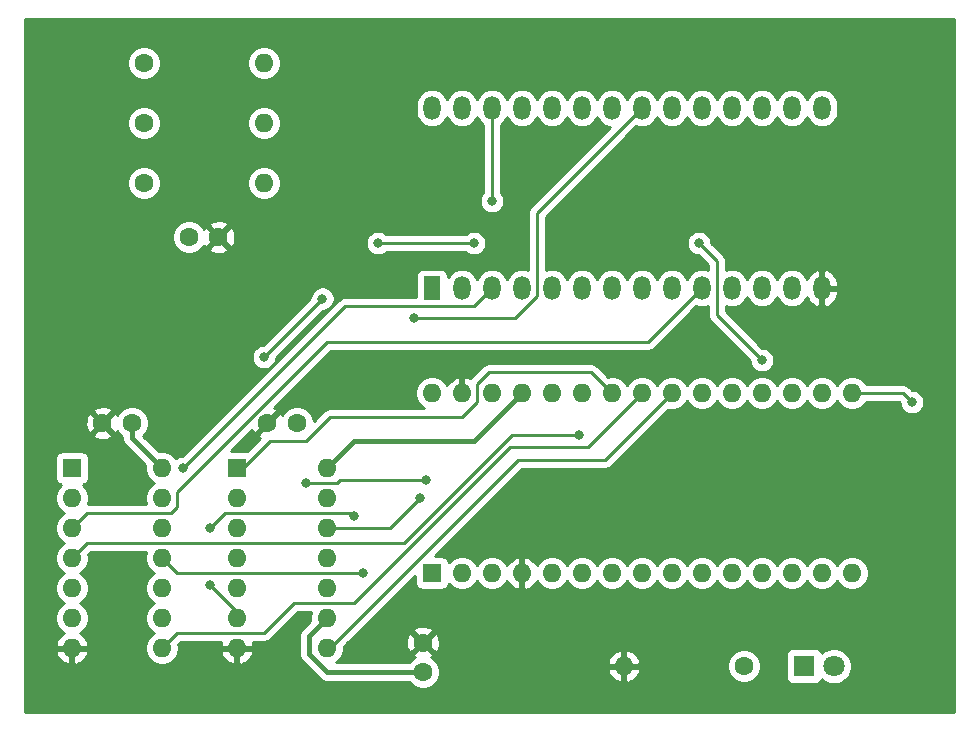
<source format=gbl>
G04 #@! TF.GenerationSoftware,KiCad,Pcbnew,(5.1.9)-1*
G04 #@! TF.CreationDate,2021-05-07T14:06:33-04:00*
G04 #@! TF.ProjectId,TommyPROM-schematics,546f6d6d-7950-4524-9f4d-2d736368656d,rev?*
G04 #@! TF.SameCoordinates,Original*
G04 #@! TF.FileFunction,Copper,L2,Bot*
G04 #@! TF.FilePolarity,Positive*
%FSLAX46Y46*%
G04 Gerber Fmt 4.6, Leading zero omitted, Abs format (unit mm)*
G04 Created by KiCad (PCBNEW (5.1.9)-1) date 2021-05-07 14:06:33*
%MOMM*%
%LPD*%
G01*
G04 APERTURE LIST*
G04 #@! TA.AperFunction,ComponentPad*
%ADD10C,1.600000*%
G04 #@! TD*
G04 #@! TA.AperFunction,ComponentPad*
%ADD11O,1.600000X1.600000*%
G04 #@! TD*
G04 #@! TA.AperFunction,ComponentPad*
%ADD12O,1.440000X2.000000*%
G04 #@! TD*
G04 #@! TA.AperFunction,ComponentPad*
%ADD13R,1.440000X2.000000*%
G04 #@! TD*
G04 #@! TA.AperFunction,ComponentPad*
%ADD14R,1.600000X1.600000*%
G04 #@! TD*
G04 #@! TA.AperFunction,ComponentPad*
%ADD15C,1.800000*%
G04 #@! TD*
G04 #@! TA.AperFunction,ComponentPad*
%ADD16R,1.800000X1.800000*%
G04 #@! TD*
G04 #@! TA.AperFunction,ViaPad*
%ADD17C,0.800000*%
G04 #@! TD*
G04 #@! TA.AperFunction,Conductor*
%ADD18C,0.250000*%
G04 #@! TD*
G04 #@! TA.AperFunction,Conductor*
%ADD19C,0.400000*%
G04 #@! TD*
G04 #@! TA.AperFunction,Conductor*
%ADD20C,0.254000*%
G04 #@! TD*
G04 #@! TA.AperFunction,Conductor*
%ADD21C,0.150000*%
G04 #@! TD*
G04 APERTURE END LIST*
D10*
X150368000Y-121452000D03*
X150368000Y-123952000D03*
D11*
X167386000Y-123444000D03*
D10*
X177546000Y-123444000D03*
D11*
X136906000Y-72390000D03*
D10*
X126746000Y-72390000D03*
D11*
X136906000Y-77470000D03*
D10*
X126746000Y-77470000D03*
D11*
X136906000Y-82550000D03*
D10*
X126746000Y-82550000D03*
X123230000Y-102870000D03*
X125730000Y-102870000D03*
X137200000Y-102870000D03*
X139700000Y-102870000D03*
X133056000Y-87122000D03*
X130556000Y-87122000D03*
D12*
X184150000Y-76200000D03*
X184150000Y-91440000D03*
X181610000Y-76200000D03*
X181610000Y-91440000D03*
X179070000Y-76200000D03*
X179070000Y-91440000D03*
X176530000Y-76200000D03*
X176530000Y-91440000D03*
X173990000Y-76200000D03*
X173990000Y-91440000D03*
X171450000Y-76200000D03*
X171450000Y-91440000D03*
X168910000Y-76200000D03*
X168910000Y-91440000D03*
X166370000Y-76200000D03*
X166370000Y-91440000D03*
X163830000Y-76200000D03*
X163830000Y-91440000D03*
X161290000Y-76200000D03*
X161290000Y-91440000D03*
X158750000Y-76200000D03*
X158750000Y-91440000D03*
X156210000Y-76200000D03*
X156210000Y-91440000D03*
X153670000Y-76200000D03*
X153670000Y-91440000D03*
X151130000Y-76200000D03*
D13*
X151130000Y-91440000D03*
D11*
X142240000Y-106680000D03*
X134620000Y-121920000D03*
X142240000Y-109220000D03*
X134620000Y-119380000D03*
X142240000Y-111760000D03*
X134620000Y-116840000D03*
X142240000Y-114300000D03*
X134620000Y-114300000D03*
X142240000Y-116840000D03*
X134620000Y-111760000D03*
X142240000Y-119380000D03*
X134620000Y-109220000D03*
X142240000Y-121920000D03*
D14*
X134620000Y-106680000D03*
D11*
X128270000Y-106680000D03*
X120650000Y-121920000D03*
X128270000Y-109220000D03*
X120650000Y-119380000D03*
X128270000Y-111760000D03*
X120650000Y-116840000D03*
X128270000Y-114300000D03*
X120650000Y-114300000D03*
X128270000Y-116840000D03*
X120650000Y-111760000D03*
X128270000Y-119380000D03*
X120650000Y-109220000D03*
X128270000Y-121920000D03*
D14*
X120650000Y-106680000D03*
D15*
X185166000Y-123444000D03*
D16*
X182626000Y-123444000D03*
D11*
X186690000Y-100330000D03*
X186690000Y-115570000D03*
X151130000Y-100330000D03*
X184150000Y-115570000D03*
X153670000Y-100330000D03*
X181610000Y-115570000D03*
X156210000Y-100330000D03*
X179070000Y-115570000D03*
X158750000Y-100330000D03*
X176530000Y-115570000D03*
X161290000Y-100330000D03*
X173990000Y-115570000D03*
X163830000Y-100330000D03*
X171450000Y-115570000D03*
X166370000Y-100330000D03*
X168910000Y-115570000D03*
X168910000Y-100330000D03*
X166370000Y-115570000D03*
X171450000Y-100330000D03*
X163830000Y-115570000D03*
X173990000Y-100330000D03*
X161290000Y-115570000D03*
X176530000Y-100330000D03*
X158750000Y-115570000D03*
X179070000Y-100330000D03*
X156210000Y-115570000D03*
X181610000Y-100330000D03*
X153670000Y-115570000D03*
X184150000Y-100330000D03*
D14*
X151130000Y-115570000D03*
D17*
X191770002Y-101092000D03*
X138938000Y-93218000D03*
X143256000Y-97536000D03*
X173736000Y-87630000D03*
X179070000Y-97536004D03*
X130048000Y-106680000D03*
X154686000Y-87630000D03*
X146558000Y-87630000D03*
X136905994Y-97282000D03*
X141859007Y-92328993D03*
X150622000Y-107696000D03*
X140462000Y-107950000D03*
X145283347Y-115565347D03*
X163576000Y-103886000D03*
X144526000Y-110744000D03*
X132334000Y-111760000D03*
X132334000Y-116586000D03*
X150077000Y-109220000D03*
X149605998Y-93980002D03*
X156210000Y-84074000D03*
D18*
X191008002Y-100330000D02*
X191770002Y-101092000D01*
X186690000Y-100330000D02*
X191008002Y-100330000D01*
D19*
X125730000Y-104140000D02*
X128270000Y-106680000D01*
X125730000Y-102870000D02*
X125730000Y-104140000D01*
X144526000Y-104394000D02*
X142240000Y-106680000D01*
X154686000Y-104394000D02*
X144526000Y-104394000D01*
X158750000Y-100330000D02*
X154686000Y-104394000D01*
X142240000Y-123952000D02*
X150368000Y-123952000D01*
X140716000Y-122428000D02*
X142240000Y-123952000D01*
X140716000Y-120904000D02*
X140716000Y-122428000D01*
X142240000Y-119380000D02*
X140716000Y-120904000D01*
D18*
X142494000Y-102362000D02*
X140462000Y-104394000D01*
X135128000Y-106680000D02*
X134620000Y-106680000D01*
X154940000Y-101092000D02*
X153670000Y-102362000D01*
X153670000Y-102362000D02*
X142494000Y-102362000D01*
X154940000Y-99568000D02*
X154940000Y-101092000D01*
X140462000Y-104394000D02*
X137414000Y-104394000D01*
X164592000Y-98552000D02*
X155956000Y-98552000D01*
X137414000Y-104394000D02*
X135128000Y-106680000D01*
X155956000Y-98552000D02*
X154940000Y-99568000D01*
X166370000Y-100330000D02*
X164592000Y-98552000D01*
X167347500Y-101892500D02*
X168910000Y-100330000D01*
X164338000Y-104902000D02*
X167347500Y-101892500D01*
X157734000Y-104902000D02*
X164338000Y-104902000D01*
X144526000Y-118110000D02*
X157734000Y-104902000D01*
X136906000Y-120650000D02*
X139446000Y-118110000D01*
X129540000Y-120650000D02*
X136906000Y-120650000D01*
X139446000Y-118110000D02*
X144526000Y-118110000D01*
X128270000Y-121920000D02*
X129540000Y-120650000D01*
X158414000Y-106000000D02*
X165780000Y-106000000D01*
X142494000Y-121920000D02*
X158414000Y-106000000D01*
X165780000Y-106000000D02*
X171450000Y-100330000D01*
X142240000Y-121920000D02*
X142494000Y-121920000D01*
X173736000Y-87630000D02*
X175260000Y-89154000D01*
X175260000Y-89154000D02*
X175260000Y-93726004D01*
X175260000Y-93726004D02*
X179070000Y-97536004D01*
X154686000Y-92964000D02*
X156210000Y-91440000D01*
X143764000Y-92964000D02*
X154686000Y-92964000D01*
X130048000Y-106680000D02*
X143764000Y-92964000D01*
X146558000Y-87630000D02*
X154686000Y-87630000D01*
X136905994Y-97282000D02*
X141859001Y-92328993D01*
X141859001Y-92328993D02*
X141859007Y-92328993D01*
X143072501Y-107950000D02*
X140462000Y-107950000D01*
X143326501Y-107696000D02*
X143072501Y-107950000D01*
X150622000Y-107696000D02*
X143326501Y-107696000D01*
X128270000Y-114300000D02*
X129540000Y-115570000D01*
X129540000Y-115570000D02*
X144780000Y-115570000D01*
X145278694Y-115570000D02*
X145283347Y-115565347D01*
X144780000Y-115570000D02*
X145278694Y-115570000D01*
X157923795Y-103886000D02*
X163576000Y-103886000D01*
X121920000Y-113030000D02*
X148779795Y-113030000D01*
X148779795Y-113030000D02*
X157923795Y-103886000D01*
X120650000Y-114300000D02*
X121920000Y-113030000D01*
X142240000Y-96012000D02*
X169418000Y-96012000D01*
X129032000Y-110490000D02*
X129540000Y-109982000D01*
X121920000Y-110490000D02*
X129032000Y-110490000D01*
X169418000Y-96012000D02*
X173990000Y-91440000D01*
X129540000Y-108712000D02*
X142240000Y-96012000D01*
X129540000Y-109982000D02*
X129540000Y-108712000D01*
X120650000Y-111760000D02*
X121920000Y-110490000D01*
X134620000Y-118872000D02*
X134620000Y-119380000D01*
X132334000Y-116586000D02*
X134620000Y-118872000D01*
X133604000Y-110490000D02*
X132334000Y-111760000D01*
X144272000Y-110490000D02*
X133604000Y-110490000D01*
X144526000Y-110744000D02*
X144272000Y-110490000D01*
X147537000Y-111760000D02*
X142240000Y-111760000D01*
X150077000Y-109220000D02*
X147537000Y-111760000D01*
X158129000Y-93980002D02*
X149605998Y-93980002D01*
X160020000Y-92089002D02*
X158129000Y-93980002D01*
X160020000Y-85090000D02*
X160020000Y-92089002D01*
X168910000Y-76200000D02*
X160020000Y-85090000D01*
X156210000Y-84074000D02*
X156210000Y-76200000D01*
D20*
X195340001Y-127340000D02*
X116660000Y-127340000D01*
X116660000Y-122269039D01*
X119258096Y-122269039D01*
X119298754Y-122403087D01*
X119418963Y-122657420D01*
X119586481Y-122883414D01*
X119794869Y-123072385D01*
X120036119Y-123217070D01*
X120300960Y-123311909D01*
X120523000Y-123190624D01*
X120523000Y-122047000D01*
X120777000Y-122047000D01*
X120777000Y-123190624D01*
X120999040Y-123311909D01*
X121263881Y-123217070D01*
X121505131Y-123072385D01*
X121713519Y-122883414D01*
X121881037Y-122657420D01*
X122001246Y-122403087D01*
X122041904Y-122269039D01*
X121919915Y-122047000D01*
X120777000Y-122047000D01*
X120523000Y-122047000D01*
X119380085Y-122047000D01*
X119258096Y-122269039D01*
X116660000Y-122269039D01*
X116660000Y-105880000D01*
X119211928Y-105880000D01*
X119211928Y-107480000D01*
X119224188Y-107604482D01*
X119260498Y-107724180D01*
X119319463Y-107834494D01*
X119398815Y-107931185D01*
X119495506Y-108010537D01*
X119605820Y-108069502D01*
X119725518Y-108105812D01*
X119733961Y-108106643D01*
X119535363Y-108305241D01*
X119378320Y-108540273D01*
X119270147Y-108801426D01*
X119215000Y-109078665D01*
X119215000Y-109361335D01*
X119270147Y-109638574D01*
X119378320Y-109899727D01*
X119535363Y-110134759D01*
X119735241Y-110334637D01*
X119967759Y-110490000D01*
X119735241Y-110645363D01*
X119535363Y-110845241D01*
X119378320Y-111080273D01*
X119270147Y-111341426D01*
X119215000Y-111618665D01*
X119215000Y-111901335D01*
X119270147Y-112178574D01*
X119378320Y-112439727D01*
X119535363Y-112674759D01*
X119735241Y-112874637D01*
X119967759Y-113030000D01*
X119735241Y-113185363D01*
X119535363Y-113385241D01*
X119378320Y-113620273D01*
X119270147Y-113881426D01*
X119215000Y-114158665D01*
X119215000Y-114441335D01*
X119270147Y-114718574D01*
X119378320Y-114979727D01*
X119535363Y-115214759D01*
X119735241Y-115414637D01*
X119967759Y-115570000D01*
X119735241Y-115725363D01*
X119535363Y-115925241D01*
X119378320Y-116160273D01*
X119270147Y-116421426D01*
X119215000Y-116698665D01*
X119215000Y-116981335D01*
X119270147Y-117258574D01*
X119378320Y-117519727D01*
X119535363Y-117754759D01*
X119735241Y-117954637D01*
X119967759Y-118110000D01*
X119735241Y-118265363D01*
X119535363Y-118465241D01*
X119378320Y-118700273D01*
X119270147Y-118961426D01*
X119215000Y-119238665D01*
X119215000Y-119521335D01*
X119270147Y-119798574D01*
X119378320Y-120059727D01*
X119535363Y-120294759D01*
X119735241Y-120494637D01*
X119970273Y-120651680D01*
X119980865Y-120656067D01*
X119794869Y-120767615D01*
X119586481Y-120956586D01*
X119418963Y-121182580D01*
X119298754Y-121436913D01*
X119258096Y-121570961D01*
X119380085Y-121793000D01*
X120523000Y-121793000D01*
X120523000Y-121773000D01*
X120777000Y-121773000D01*
X120777000Y-121793000D01*
X121919915Y-121793000D01*
X122041904Y-121570961D01*
X122001246Y-121436913D01*
X121881037Y-121182580D01*
X121713519Y-120956586D01*
X121505131Y-120767615D01*
X121319135Y-120656067D01*
X121329727Y-120651680D01*
X121564759Y-120494637D01*
X121764637Y-120294759D01*
X121921680Y-120059727D01*
X122029853Y-119798574D01*
X122085000Y-119521335D01*
X122085000Y-119238665D01*
X122029853Y-118961426D01*
X121921680Y-118700273D01*
X121764637Y-118465241D01*
X121564759Y-118265363D01*
X121332241Y-118110000D01*
X121564759Y-117954637D01*
X121764637Y-117754759D01*
X121921680Y-117519727D01*
X122029853Y-117258574D01*
X122085000Y-116981335D01*
X122085000Y-116698665D01*
X122029853Y-116421426D01*
X121921680Y-116160273D01*
X121764637Y-115925241D01*
X121564759Y-115725363D01*
X121332241Y-115570000D01*
X121564759Y-115414637D01*
X121764637Y-115214759D01*
X121921680Y-114979727D01*
X122029853Y-114718574D01*
X122085000Y-114441335D01*
X122085000Y-114158665D01*
X122048688Y-113976114D01*
X122234802Y-113790000D01*
X126928017Y-113790000D01*
X126890147Y-113881426D01*
X126835000Y-114158665D01*
X126835000Y-114441335D01*
X126890147Y-114718574D01*
X126998320Y-114979727D01*
X127155363Y-115214759D01*
X127355241Y-115414637D01*
X127587759Y-115570000D01*
X127355241Y-115725363D01*
X127155363Y-115925241D01*
X126998320Y-116160273D01*
X126890147Y-116421426D01*
X126835000Y-116698665D01*
X126835000Y-116981335D01*
X126890147Y-117258574D01*
X126998320Y-117519727D01*
X127155363Y-117754759D01*
X127355241Y-117954637D01*
X127587759Y-118110000D01*
X127355241Y-118265363D01*
X127155363Y-118465241D01*
X126998320Y-118700273D01*
X126890147Y-118961426D01*
X126835000Y-119238665D01*
X126835000Y-119521335D01*
X126890147Y-119798574D01*
X126998320Y-120059727D01*
X127155363Y-120294759D01*
X127355241Y-120494637D01*
X127587759Y-120650000D01*
X127355241Y-120805363D01*
X127155363Y-121005241D01*
X126998320Y-121240273D01*
X126890147Y-121501426D01*
X126835000Y-121778665D01*
X126835000Y-122061335D01*
X126890147Y-122338574D01*
X126998320Y-122599727D01*
X127155363Y-122834759D01*
X127355241Y-123034637D01*
X127590273Y-123191680D01*
X127851426Y-123299853D01*
X128128665Y-123355000D01*
X128411335Y-123355000D01*
X128688574Y-123299853D01*
X128949727Y-123191680D01*
X129184759Y-123034637D01*
X129384637Y-122834759D01*
X129541680Y-122599727D01*
X129649853Y-122338574D01*
X129663684Y-122269039D01*
X133228096Y-122269039D01*
X133268754Y-122403087D01*
X133388963Y-122657420D01*
X133556481Y-122883414D01*
X133764869Y-123072385D01*
X134006119Y-123217070D01*
X134270960Y-123311909D01*
X134493000Y-123190624D01*
X134493000Y-122047000D01*
X134747000Y-122047000D01*
X134747000Y-123190624D01*
X134969040Y-123311909D01*
X135233881Y-123217070D01*
X135475131Y-123072385D01*
X135683519Y-122883414D01*
X135851037Y-122657420D01*
X135971246Y-122403087D01*
X136011904Y-122269039D01*
X135889915Y-122047000D01*
X134747000Y-122047000D01*
X134493000Y-122047000D01*
X133350085Y-122047000D01*
X133228096Y-122269039D01*
X129663684Y-122269039D01*
X129705000Y-122061335D01*
X129705000Y-121778665D01*
X129668688Y-121596114D01*
X129854802Y-121410000D01*
X133281474Y-121410000D01*
X133268754Y-121436913D01*
X133228096Y-121570961D01*
X133350085Y-121793000D01*
X134493000Y-121793000D01*
X134493000Y-121773000D01*
X134747000Y-121773000D01*
X134747000Y-121793000D01*
X135889915Y-121793000D01*
X136011904Y-121570961D01*
X135971246Y-121436913D01*
X135958526Y-121410000D01*
X136868678Y-121410000D01*
X136906000Y-121413676D01*
X136943322Y-121410000D01*
X136943333Y-121410000D01*
X137054986Y-121399003D01*
X137198247Y-121355546D01*
X137330276Y-121284974D01*
X137446001Y-121190001D01*
X137469804Y-121160997D01*
X139760803Y-118870000D01*
X140898017Y-118870000D01*
X140860147Y-118961426D01*
X140805000Y-119238665D01*
X140805000Y-119521335D01*
X140823715Y-119615418D01*
X140154579Y-120284554D01*
X140122709Y-120310709D01*
X140018365Y-120437854D01*
X140018364Y-120437855D01*
X139940828Y-120582914D01*
X139893082Y-120740312D01*
X139876960Y-120904000D01*
X139881000Y-120945019D01*
X139881001Y-122386972D01*
X139876960Y-122428000D01*
X139893082Y-122591688D01*
X139940828Y-122749086D01*
X140018364Y-122894145D01*
X140018365Y-122894146D01*
X140122710Y-123021291D01*
X140154574Y-123047441D01*
X141620559Y-124513426D01*
X141646709Y-124545291D01*
X141773854Y-124649636D01*
X141918913Y-124727172D01*
X142076311Y-124774918D01*
X142198981Y-124787000D01*
X142198991Y-124787000D01*
X142239999Y-124791039D01*
X142281007Y-124787000D01*
X149200070Y-124787000D01*
X149253363Y-124866759D01*
X149453241Y-125066637D01*
X149688273Y-125223680D01*
X149949426Y-125331853D01*
X150226665Y-125387000D01*
X150509335Y-125387000D01*
X150786574Y-125331853D01*
X151047727Y-125223680D01*
X151282759Y-125066637D01*
X151482637Y-124866759D01*
X151639680Y-124631727D01*
X151747853Y-124370574D01*
X151803000Y-124093335D01*
X151803000Y-123810665D01*
X151799494Y-123793039D01*
X165994096Y-123793039D01*
X166034754Y-123927087D01*
X166154963Y-124181420D01*
X166322481Y-124407414D01*
X166530869Y-124596385D01*
X166772119Y-124741070D01*
X167036960Y-124835909D01*
X167259000Y-124714624D01*
X167259000Y-123571000D01*
X167513000Y-123571000D01*
X167513000Y-124714624D01*
X167735040Y-124835909D01*
X167999881Y-124741070D01*
X168241131Y-124596385D01*
X168449519Y-124407414D01*
X168617037Y-124181420D01*
X168737246Y-123927087D01*
X168777904Y-123793039D01*
X168655915Y-123571000D01*
X167513000Y-123571000D01*
X167259000Y-123571000D01*
X166116085Y-123571000D01*
X165994096Y-123793039D01*
X151799494Y-123793039D01*
X151747853Y-123533426D01*
X151639680Y-123272273D01*
X151521205Y-123094961D01*
X165994096Y-123094961D01*
X166116085Y-123317000D01*
X167259000Y-123317000D01*
X167259000Y-122173376D01*
X167513000Y-122173376D01*
X167513000Y-123317000D01*
X168655915Y-123317000D01*
X168663790Y-123302665D01*
X176111000Y-123302665D01*
X176111000Y-123585335D01*
X176166147Y-123862574D01*
X176274320Y-124123727D01*
X176431363Y-124358759D01*
X176631241Y-124558637D01*
X176866273Y-124715680D01*
X177127426Y-124823853D01*
X177404665Y-124879000D01*
X177687335Y-124879000D01*
X177964574Y-124823853D01*
X178225727Y-124715680D01*
X178460759Y-124558637D01*
X178660637Y-124358759D01*
X178817680Y-124123727D01*
X178925853Y-123862574D01*
X178981000Y-123585335D01*
X178981000Y-123302665D01*
X178925853Y-123025426D01*
X178817680Y-122764273D01*
X178670499Y-122544000D01*
X181087928Y-122544000D01*
X181087928Y-124344000D01*
X181100188Y-124468482D01*
X181136498Y-124588180D01*
X181195463Y-124698494D01*
X181274815Y-124795185D01*
X181371506Y-124874537D01*
X181481820Y-124933502D01*
X181601518Y-124969812D01*
X181726000Y-124982072D01*
X183526000Y-124982072D01*
X183650482Y-124969812D01*
X183770180Y-124933502D01*
X183880494Y-124874537D01*
X183977185Y-124795185D01*
X184056537Y-124698494D01*
X184115502Y-124588180D01*
X184121056Y-124569873D01*
X184187495Y-124636312D01*
X184438905Y-124804299D01*
X184718257Y-124920011D01*
X185014816Y-124979000D01*
X185317184Y-124979000D01*
X185613743Y-124920011D01*
X185893095Y-124804299D01*
X186144505Y-124636312D01*
X186358312Y-124422505D01*
X186526299Y-124171095D01*
X186642011Y-123891743D01*
X186701000Y-123595184D01*
X186701000Y-123292816D01*
X186642011Y-122996257D01*
X186526299Y-122716905D01*
X186358312Y-122465495D01*
X186144505Y-122251688D01*
X185893095Y-122083701D01*
X185613743Y-121967989D01*
X185317184Y-121909000D01*
X185014816Y-121909000D01*
X184718257Y-121967989D01*
X184438905Y-122083701D01*
X184187495Y-122251688D01*
X184121056Y-122318127D01*
X184115502Y-122299820D01*
X184056537Y-122189506D01*
X183977185Y-122092815D01*
X183880494Y-122013463D01*
X183770180Y-121954498D01*
X183650482Y-121918188D01*
X183526000Y-121905928D01*
X181726000Y-121905928D01*
X181601518Y-121918188D01*
X181481820Y-121954498D01*
X181371506Y-122013463D01*
X181274815Y-122092815D01*
X181195463Y-122189506D01*
X181136498Y-122299820D01*
X181100188Y-122419518D01*
X181087928Y-122544000D01*
X178670499Y-122544000D01*
X178660637Y-122529241D01*
X178460759Y-122329363D01*
X178225727Y-122172320D01*
X177964574Y-122064147D01*
X177687335Y-122009000D01*
X177404665Y-122009000D01*
X177127426Y-122064147D01*
X176866273Y-122172320D01*
X176631241Y-122329363D01*
X176431363Y-122529241D01*
X176274320Y-122764273D01*
X176166147Y-123025426D01*
X176111000Y-123302665D01*
X168663790Y-123302665D01*
X168777904Y-123094961D01*
X168737246Y-122960913D01*
X168617037Y-122706580D01*
X168449519Y-122480586D01*
X168241131Y-122291615D01*
X167999881Y-122146930D01*
X167735040Y-122052091D01*
X167513000Y-122173376D01*
X167259000Y-122173376D01*
X167036960Y-122052091D01*
X166772119Y-122146930D01*
X166530869Y-122291615D01*
X166322481Y-122480586D01*
X166154963Y-122706580D01*
X166034754Y-122960913D01*
X165994096Y-123094961D01*
X151521205Y-123094961D01*
X151482637Y-123037241D01*
X151282759Y-122837363D01*
X151082131Y-122703308D01*
X151109514Y-122688671D01*
X151181097Y-122444702D01*
X150368000Y-121631605D01*
X149554903Y-122444702D01*
X149626486Y-122688671D01*
X149655341Y-122702324D01*
X149453241Y-122837363D01*
X149253363Y-123037241D01*
X149200070Y-123117000D01*
X143031494Y-123117000D01*
X143154759Y-123034637D01*
X143354637Y-122834759D01*
X143511680Y-122599727D01*
X143619853Y-122338574D01*
X143675000Y-122061335D01*
X143675000Y-121813801D01*
X143966289Y-121522512D01*
X148927783Y-121522512D01*
X148969213Y-121802130D01*
X149064397Y-122068292D01*
X149131329Y-122193514D01*
X149375298Y-122265097D01*
X150188395Y-121452000D01*
X150547605Y-121452000D01*
X151360702Y-122265097D01*
X151604671Y-122193514D01*
X151725571Y-121938004D01*
X151794300Y-121663816D01*
X151808217Y-121381488D01*
X151766787Y-121101870D01*
X151671603Y-120835708D01*
X151604671Y-120710486D01*
X151360702Y-120638903D01*
X150547605Y-121452000D01*
X150188395Y-121452000D01*
X149375298Y-120638903D01*
X149131329Y-120710486D01*
X149010429Y-120965996D01*
X148941700Y-121240184D01*
X148927783Y-121522512D01*
X143966289Y-121522512D01*
X145029503Y-120459298D01*
X149554903Y-120459298D01*
X150368000Y-121272395D01*
X151181097Y-120459298D01*
X151109514Y-120215329D01*
X150854004Y-120094429D01*
X150579816Y-120025700D01*
X150297488Y-120011783D01*
X150017870Y-120053213D01*
X149751708Y-120148397D01*
X149626486Y-120215329D01*
X149554903Y-120459298D01*
X145029503Y-120459298D01*
X149691928Y-115796873D01*
X149691928Y-116370000D01*
X149704188Y-116494482D01*
X149740498Y-116614180D01*
X149799463Y-116724494D01*
X149878815Y-116821185D01*
X149975506Y-116900537D01*
X150085820Y-116959502D01*
X150205518Y-116995812D01*
X150330000Y-117008072D01*
X151930000Y-117008072D01*
X152054482Y-116995812D01*
X152174180Y-116959502D01*
X152284494Y-116900537D01*
X152381185Y-116821185D01*
X152460537Y-116724494D01*
X152519502Y-116614180D01*
X152555812Y-116494482D01*
X152556643Y-116486039D01*
X152755241Y-116684637D01*
X152990273Y-116841680D01*
X153251426Y-116949853D01*
X153528665Y-117005000D01*
X153811335Y-117005000D01*
X154088574Y-116949853D01*
X154349727Y-116841680D01*
X154584759Y-116684637D01*
X154784637Y-116484759D01*
X154940000Y-116252241D01*
X155095363Y-116484759D01*
X155295241Y-116684637D01*
X155530273Y-116841680D01*
X155791426Y-116949853D01*
X156068665Y-117005000D01*
X156351335Y-117005000D01*
X156628574Y-116949853D01*
X156889727Y-116841680D01*
X157124759Y-116684637D01*
X157324637Y-116484759D01*
X157481680Y-116249727D01*
X157486067Y-116239135D01*
X157597615Y-116425131D01*
X157786586Y-116633519D01*
X158012580Y-116801037D01*
X158266913Y-116921246D01*
X158400961Y-116961904D01*
X158623000Y-116839915D01*
X158623000Y-115697000D01*
X158603000Y-115697000D01*
X158603000Y-115443000D01*
X158623000Y-115443000D01*
X158623000Y-114300085D01*
X158877000Y-114300085D01*
X158877000Y-115443000D01*
X158897000Y-115443000D01*
X158897000Y-115697000D01*
X158877000Y-115697000D01*
X158877000Y-116839915D01*
X159099039Y-116961904D01*
X159233087Y-116921246D01*
X159487420Y-116801037D01*
X159713414Y-116633519D01*
X159902385Y-116425131D01*
X160013933Y-116239135D01*
X160018320Y-116249727D01*
X160175363Y-116484759D01*
X160375241Y-116684637D01*
X160610273Y-116841680D01*
X160871426Y-116949853D01*
X161148665Y-117005000D01*
X161431335Y-117005000D01*
X161708574Y-116949853D01*
X161969727Y-116841680D01*
X162204759Y-116684637D01*
X162404637Y-116484759D01*
X162560000Y-116252241D01*
X162715363Y-116484759D01*
X162915241Y-116684637D01*
X163150273Y-116841680D01*
X163411426Y-116949853D01*
X163688665Y-117005000D01*
X163971335Y-117005000D01*
X164248574Y-116949853D01*
X164509727Y-116841680D01*
X164744759Y-116684637D01*
X164944637Y-116484759D01*
X165100000Y-116252241D01*
X165255363Y-116484759D01*
X165455241Y-116684637D01*
X165690273Y-116841680D01*
X165951426Y-116949853D01*
X166228665Y-117005000D01*
X166511335Y-117005000D01*
X166788574Y-116949853D01*
X167049727Y-116841680D01*
X167284759Y-116684637D01*
X167484637Y-116484759D01*
X167640000Y-116252241D01*
X167795363Y-116484759D01*
X167995241Y-116684637D01*
X168230273Y-116841680D01*
X168491426Y-116949853D01*
X168768665Y-117005000D01*
X169051335Y-117005000D01*
X169328574Y-116949853D01*
X169589727Y-116841680D01*
X169824759Y-116684637D01*
X170024637Y-116484759D01*
X170180000Y-116252241D01*
X170335363Y-116484759D01*
X170535241Y-116684637D01*
X170770273Y-116841680D01*
X171031426Y-116949853D01*
X171308665Y-117005000D01*
X171591335Y-117005000D01*
X171868574Y-116949853D01*
X172129727Y-116841680D01*
X172364759Y-116684637D01*
X172564637Y-116484759D01*
X172720000Y-116252241D01*
X172875363Y-116484759D01*
X173075241Y-116684637D01*
X173310273Y-116841680D01*
X173571426Y-116949853D01*
X173848665Y-117005000D01*
X174131335Y-117005000D01*
X174408574Y-116949853D01*
X174669727Y-116841680D01*
X174904759Y-116684637D01*
X175104637Y-116484759D01*
X175260000Y-116252241D01*
X175415363Y-116484759D01*
X175615241Y-116684637D01*
X175850273Y-116841680D01*
X176111426Y-116949853D01*
X176388665Y-117005000D01*
X176671335Y-117005000D01*
X176948574Y-116949853D01*
X177209727Y-116841680D01*
X177444759Y-116684637D01*
X177644637Y-116484759D01*
X177800000Y-116252241D01*
X177955363Y-116484759D01*
X178155241Y-116684637D01*
X178390273Y-116841680D01*
X178651426Y-116949853D01*
X178928665Y-117005000D01*
X179211335Y-117005000D01*
X179488574Y-116949853D01*
X179749727Y-116841680D01*
X179984759Y-116684637D01*
X180184637Y-116484759D01*
X180340000Y-116252241D01*
X180495363Y-116484759D01*
X180695241Y-116684637D01*
X180930273Y-116841680D01*
X181191426Y-116949853D01*
X181468665Y-117005000D01*
X181751335Y-117005000D01*
X182028574Y-116949853D01*
X182289727Y-116841680D01*
X182524759Y-116684637D01*
X182724637Y-116484759D01*
X182880000Y-116252241D01*
X183035363Y-116484759D01*
X183235241Y-116684637D01*
X183470273Y-116841680D01*
X183731426Y-116949853D01*
X184008665Y-117005000D01*
X184291335Y-117005000D01*
X184568574Y-116949853D01*
X184829727Y-116841680D01*
X185064759Y-116684637D01*
X185264637Y-116484759D01*
X185420000Y-116252241D01*
X185575363Y-116484759D01*
X185775241Y-116684637D01*
X186010273Y-116841680D01*
X186271426Y-116949853D01*
X186548665Y-117005000D01*
X186831335Y-117005000D01*
X187108574Y-116949853D01*
X187369727Y-116841680D01*
X187604759Y-116684637D01*
X187804637Y-116484759D01*
X187961680Y-116249727D01*
X188069853Y-115988574D01*
X188125000Y-115711335D01*
X188125000Y-115428665D01*
X188069853Y-115151426D01*
X187961680Y-114890273D01*
X187804637Y-114655241D01*
X187604759Y-114455363D01*
X187369727Y-114298320D01*
X187108574Y-114190147D01*
X186831335Y-114135000D01*
X186548665Y-114135000D01*
X186271426Y-114190147D01*
X186010273Y-114298320D01*
X185775241Y-114455363D01*
X185575363Y-114655241D01*
X185420000Y-114887759D01*
X185264637Y-114655241D01*
X185064759Y-114455363D01*
X184829727Y-114298320D01*
X184568574Y-114190147D01*
X184291335Y-114135000D01*
X184008665Y-114135000D01*
X183731426Y-114190147D01*
X183470273Y-114298320D01*
X183235241Y-114455363D01*
X183035363Y-114655241D01*
X182880000Y-114887759D01*
X182724637Y-114655241D01*
X182524759Y-114455363D01*
X182289727Y-114298320D01*
X182028574Y-114190147D01*
X181751335Y-114135000D01*
X181468665Y-114135000D01*
X181191426Y-114190147D01*
X180930273Y-114298320D01*
X180695241Y-114455363D01*
X180495363Y-114655241D01*
X180340000Y-114887759D01*
X180184637Y-114655241D01*
X179984759Y-114455363D01*
X179749727Y-114298320D01*
X179488574Y-114190147D01*
X179211335Y-114135000D01*
X178928665Y-114135000D01*
X178651426Y-114190147D01*
X178390273Y-114298320D01*
X178155241Y-114455363D01*
X177955363Y-114655241D01*
X177800000Y-114887759D01*
X177644637Y-114655241D01*
X177444759Y-114455363D01*
X177209727Y-114298320D01*
X176948574Y-114190147D01*
X176671335Y-114135000D01*
X176388665Y-114135000D01*
X176111426Y-114190147D01*
X175850273Y-114298320D01*
X175615241Y-114455363D01*
X175415363Y-114655241D01*
X175260000Y-114887759D01*
X175104637Y-114655241D01*
X174904759Y-114455363D01*
X174669727Y-114298320D01*
X174408574Y-114190147D01*
X174131335Y-114135000D01*
X173848665Y-114135000D01*
X173571426Y-114190147D01*
X173310273Y-114298320D01*
X173075241Y-114455363D01*
X172875363Y-114655241D01*
X172720000Y-114887759D01*
X172564637Y-114655241D01*
X172364759Y-114455363D01*
X172129727Y-114298320D01*
X171868574Y-114190147D01*
X171591335Y-114135000D01*
X171308665Y-114135000D01*
X171031426Y-114190147D01*
X170770273Y-114298320D01*
X170535241Y-114455363D01*
X170335363Y-114655241D01*
X170180000Y-114887759D01*
X170024637Y-114655241D01*
X169824759Y-114455363D01*
X169589727Y-114298320D01*
X169328574Y-114190147D01*
X169051335Y-114135000D01*
X168768665Y-114135000D01*
X168491426Y-114190147D01*
X168230273Y-114298320D01*
X167995241Y-114455363D01*
X167795363Y-114655241D01*
X167640000Y-114887759D01*
X167484637Y-114655241D01*
X167284759Y-114455363D01*
X167049727Y-114298320D01*
X166788574Y-114190147D01*
X166511335Y-114135000D01*
X166228665Y-114135000D01*
X165951426Y-114190147D01*
X165690273Y-114298320D01*
X165455241Y-114455363D01*
X165255363Y-114655241D01*
X165100000Y-114887759D01*
X164944637Y-114655241D01*
X164744759Y-114455363D01*
X164509727Y-114298320D01*
X164248574Y-114190147D01*
X163971335Y-114135000D01*
X163688665Y-114135000D01*
X163411426Y-114190147D01*
X163150273Y-114298320D01*
X162915241Y-114455363D01*
X162715363Y-114655241D01*
X162560000Y-114887759D01*
X162404637Y-114655241D01*
X162204759Y-114455363D01*
X161969727Y-114298320D01*
X161708574Y-114190147D01*
X161431335Y-114135000D01*
X161148665Y-114135000D01*
X160871426Y-114190147D01*
X160610273Y-114298320D01*
X160375241Y-114455363D01*
X160175363Y-114655241D01*
X160018320Y-114890273D01*
X160013933Y-114900865D01*
X159902385Y-114714869D01*
X159713414Y-114506481D01*
X159487420Y-114338963D01*
X159233087Y-114218754D01*
X159099039Y-114178096D01*
X158877000Y-114300085D01*
X158623000Y-114300085D01*
X158400961Y-114178096D01*
X158266913Y-114218754D01*
X158012580Y-114338963D01*
X157786586Y-114506481D01*
X157597615Y-114714869D01*
X157486067Y-114900865D01*
X157481680Y-114890273D01*
X157324637Y-114655241D01*
X157124759Y-114455363D01*
X156889727Y-114298320D01*
X156628574Y-114190147D01*
X156351335Y-114135000D01*
X156068665Y-114135000D01*
X155791426Y-114190147D01*
X155530273Y-114298320D01*
X155295241Y-114455363D01*
X155095363Y-114655241D01*
X154940000Y-114887759D01*
X154784637Y-114655241D01*
X154584759Y-114455363D01*
X154349727Y-114298320D01*
X154088574Y-114190147D01*
X153811335Y-114135000D01*
X153528665Y-114135000D01*
X153251426Y-114190147D01*
X152990273Y-114298320D01*
X152755241Y-114455363D01*
X152556643Y-114653961D01*
X152555812Y-114645518D01*
X152519502Y-114525820D01*
X152460537Y-114415506D01*
X152381185Y-114318815D01*
X152284494Y-114239463D01*
X152174180Y-114180498D01*
X152054482Y-114144188D01*
X151930000Y-114131928D01*
X151356874Y-114131928D01*
X158728802Y-106760000D01*
X165742678Y-106760000D01*
X165780000Y-106763676D01*
X165817322Y-106760000D01*
X165817333Y-106760000D01*
X165928986Y-106749003D01*
X166072247Y-106705546D01*
X166204276Y-106634974D01*
X166320001Y-106540001D01*
X166343804Y-106510997D01*
X171126114Y-101728688D01*
X171308665Y-101765000D01*
X171591335Y-101765000D01*
X171868574Y-101709853D01*
X172129727Y-101601680D01*
X172364759Y-101444637D01*
X172564637Y-101244759D01*
X172720000Y-101012241D01*
X172875363Y-101244759D01*
X173075241Y-101444637D01*
X173310273Y-101601680D01*
X173571426Y-101709853D01*
X173848665Y-101765000D01*
X174131335Y-101765000D01*
X174408574Y-101709853D01*
X174669727Y-101601680D01*
X174904759Y-101444637D01*
X175104637Y-101244759D01*
X175260000Y-101012241D01*
X175415363Y-101244759D01*
X175615241Y-101444637D01*
X175850273Y-101601680D01*
X176111426Y-101709853D01*
X176388665Y-101765000D01*
X176671335Y-101765000D01*
X176948574Y-101709853D01*
X177209727Y-101601680D01*
X177444759Y-101444637D01*
X177644637Y-101244759D01*
X177800000Y-101012241D01*
X177955363Y-101244759D01*
X178155241Y-101444637D01*
X178390273Y-101601680D01*
X178651426Y-101709853D01*
X178928665Y-101765000D01*
X179211335Y-101765000D01*
X179488574Y-101709853D01*
X179749727Y-101601680D01*
X179984759Y-101444637D01*
X180184637Y-101244759D01*
X180340000Y-101012241D01*
X180495363Y-101244759D01*
X180695241Y-101444637D01*
X180930273Y-101601680D01*
X181191426Y-101709853D01*
X181468665Y-101765000D01*
X181751335Y-101765000D01*
X182028574Y-101709853D01*
X182289727Y-101601680D01*
X182524759Y-101444637D01*
X182724637Y-101244759D01*
X182880000Y-101012241D01*
X183035363Y-101244759D01*
X183235241Y-101444637D01*
X183470273Y-101601680D01*
X183731426Y-101709853D01*
X184008665Y-101765000D01*
X184291335Y-101765000D01*
X184568574Y-101709853D01*
X184829727Y-101601680D01*
X185064759Y-101444637D01*
X185264637Y-101244759D01*
X185420000Y-101012241D01*
X185575363Y-101244759D01*
X185775241Y-101444637D01*
X186010273Y-101601680D01*
X186271426Y-101709853D01*
X186548665Y-101765000D01*
X186831335Y-101765000D01*
X187108574Y-101709853D01*
X187369727Y-101601680D01*
X187604759Y-101444637D01*
X187804637Y-101244759D01*
X187908043Y-101090000D01*
X190693201Y-101090000D01*
X190735002Y-101131801D01*
X190735002Y-101193939D01*
X190774776Y-101393898D01*
X190852797Y-101582256D01*
X190966065Y-101751774D01*
X191110228Y-101895937D01*
X191279746Y-102009205D01*
X191468104Y-102087226D01*
X191668063Y-102127000D01*
X191871941Y-102127000D01*
X192071900Y-102087226D01*
X192260258Y-102009205D01*
X192429776Y-101895937D01*
X192573939Y-101751774D01*
X192687207Y-101582256D01*
X192765228Y-101393898D01*
X192805002Y-101193939D01*
X192805002Y-100990061D01*
X192765228Y-100790102D01*
X192687207Y-100601744D01*
X192573939Y-100432226D01*
X192429776Y-100288063D01*
X192260258Y-100174795D01*
X192071900Y-100096774D01*
X191871941Y-100057000D01*
X191809803Y-100057000D01*
X191571805Y-99819002D01*
X191548003Y-99789999D01*
X191432278Y-99695026D01*
X191300249Y-99624454D01*
X191156988Y-99580997D01*
X191045335Y-99570000D01*
X191045324Y-99570000D01*
X191008002Y-99566324D01*
X190970680Y-99570000D01*
X187908043Y-99570000D01*
X187804637Y-99415241D01*
X187604759Y-99215363D01*
X187369727Y-99058320D01*
X187108574Y-98950147D01*
X186831335Y-98895000D01*
X186548665Y-98895000D01*
X186271426Y-98950147D01*
X186010273Y-99058320D01*
X185775241Y-99215363D01*
X185575363Y-99415241D01*
X185420000Y-99647759D01*
X185264637Y-99415241D01*
X185064759Y-99215363D01*
X184829727Y-99058320D01*
X184568574Y-98950147D01*
X184291335Y-98895000D01*
X184008665Y-98895000D01*
X183731426Y-98950147D01*
X183470273Y-99058320D01*
X183235241Y-99215363D01*
X183035363Y-99415241D01*
X182880000Y-99647759D01*
X182724637Y-99415241D01*
X182524759Y-99215363D01*
X182289727Y-99058320D01*
X182028574Y-98950147D01*
X181751335Y-98895000D01*
X181468665Y-98895000D01*
X181191426Y-98950147D01*
X180930273Y-99058320D01*
X180695241Y-99215363D01*
X180495363Y-99415241D01*
X180340000Y-99647759D01*
X180184637Y-99415241D01*
X179984759Y-99215363D01*
X179749727Y-99058320D01*
X179488574Y-98950147D01*
X179211335Y-98895000D01*
X178928665Y-98895000D01*
X178651426Y-98950147D01*
X178390273Y-99058320D01*
X178155241Y-99215363D01*
X177955363Y-99415241D01*
X177800000Y-99647759D01*
X177644637Y-99415241D01*
X177444759Y-99215363D01*
X177209727Y-99058320D01*
X176948574Y-98950147D01*
X176671335Y-98895000D01*
X176388665Y-98895000D01*
X176111426Y-98950147D01*
X175850273Y-99058320D01*
X175615241Y-99215363D01*
X175415363Y-99415241D01*
X175260000Y-99647759D01*
X175104637Y-99415241D01*
X174904759Y-99215363D01*
X174669727Y-99058320D01*
X174408574Y-98950147D01*
X174131335Y-98895000D01*
X173848665Y-98895000D01*
X173571426Y-98950147D01*
X173310273Y-99058320D01*
X173075241Y-99215363D01*
X172875363Y-99415241D01*
X172720000Y-99647759D01*
X172564637Y-99415241D01*
X172364759Y-99215363D01*
X172129727Y-99058320D01*
X171868574Y-98950147D01*
X171591335Y-98895000D01*
X171308665Y-98895000D01*
X171031426Y-98950147D01*
X170770273Y-99058320D01*
X170535241Y-99215363D01*
X170335363Y-99415241D01*
X170180000Y-99647759D01*
X170024637Y-99415241D01*
X169824759Y-99215363D01*
X169589727Y-99058320D01*
X169328574Y-98950147D01*
X169051335Y-98895000D01*
X168768665Y-98895000D01*
X168491426Y-98950147D01*
X168230273Y-99058320D01*
X167995241Y-99215363D01*
X167795363Y-99415241D01*
X167640000Y-99647759D01*
X167484637Y-99415241D01*
X167284759Y-99215363D01*
X167049727Y-99058320D01*
X166788574Y-98950147D01*
X166511335Y-98895000D01*
X166228665Y-98895000D01*
X166046114Y-98931312D01*
X165155804Y-98041003D01*
X165132001Y-98011999D01*
X165016276Y-97917026D01*
X164884247Y-97846454D01*
X164740986Y-97802997D01*
X164629333Y-97792000D01*
X164629322Y-97792000D01*
X164592000Y-97788324D01*
X164554678Y-97792000D01*
X155993322Y-97792000D01*
X155956000Y-97788324D01*
X155918677Y-97792000D01*
X155918667Y-97792000D01*
X155807014Y-97802997D01*
X155691946Y-97837902D01*
X155663753Y-97846454D01*
X155531723Y-97917026D01*
X155448083Y-97985668D01*
X155415999Y-98011999D01*
X155392201Y-98040997D01*
X154429002Y-99004196D01*
X154399999Y-99027999D01*
X154360111Y-99076603D01*
X154153087Y-98978754D01*
X154019039Y-98938096D01*
X153797000Y-99060085D01*
X153797000Y-100203000D01*
X153817000Y-100203000D01*
X153817000Y-100457000D01*
X153797000Y-100457000D01*
X153797000Y-100477000D01*
X153543000Y-100477000D01*
X153543000Y-100457000D01*
X153523000Y-100457000D01*
X153523000Y-100203000D01*
X153543000Y-100203000D01*
X153543000Y-99060085D01*
X153320961Y-98938096D01*
X153186913Y-98978754D01*
X152932580Y-99098963D01*
X152706586Y-99266481D01*
X152517615Y-99474869D01*
X152406067Y-99660865D01*
X152401680Y-99650273D01*
X152244637Y-99415241D01*
X152044759Y-99215363D01*
X151809727Y-99058320D01*
X151548574Y-98950147D01*
X151271335Y-98895000D01*
X150988665Y-98895000D01*
X150711426Y-98950147D01*
X150450273Y-99058320D01*
X150215241Y-99215363D01*
X150015363Y-99415241D01*
X149858320Y-99650273D01*
X149750147Y-99911426D01*
X149695000Y-100188665D01*
X149695000Y-100471335D01*
X149750147Y-100748574D01*
X149858320Y-101009727D01*
X150015363Y-101244759D01*
X150215241Y-101444637D01*
X150450273Y-101601680D01*
X150451046Y-101602000D01*
X142531323Y-101602000D01*
X142494000Y-101598324D01*
X142456677Y-101602000D01*
X142456667Y-101602000D01*
X142345014Y-101612997D01*
X142203912Y-101655799D01*
X142201753Y-101656454D01*
X142069723Y-101727026D01*
X141986083Y-101795668D01*
X141953999Y-101821999D01*
X141930201Y-101850997D01*
X141121318Y-102659881D01*
X141079853Y-102451426D01*
X140971680Y-102190273D01*
X140814637Y-101955241D01*
X140614759Y-101755363D01*
X140379727Y-101598320D01*
X140118574Y-101490147D01*
X139841335Y-101435000D01*
X139558665Y-101435000D01*
X139281426Y-101490147D01*
X139020273Y-101598320D01*
X138785241Y-101755363D01*
X138585363Y-101955241D01*
X138451308Y-102155869D01*
X138436671Y-102128486D01*
X138192702Y-102056903D01*
X137379605Y-102870000D01*
X137393748Y-102884143D01*
X137214143Y-103063748D01*
X137200000Y-103049605D01*
X136386903Y-103862702D01*
X136458486Y-104106671D01*
X136572554Y-104160645D01*
X135484881Y-105248318D01*
X135420000Y-105241928D01*
X134084873Y-105241928D01*
X135881675Y-103445126D01*
X135896397Y-103486292D01*
X135963329Y-103611514D01*
X136207298Y-103683097D01*
X137020395Y-102870000D01*
X137006253Y-102855858D01*
X137185858Y-102676253D01*
X137200000Y-102690395D01*
X138013097Y-101877298D01*
X137941514Y-101633329D01*
X137773142Y-101553660D01*
X142554802Y-96772000D01*
X169380678Y-96772000D01*
X169418000Y-96775676D01*
X169455322Y-96772000D01*
X169455333Y-96772000D01*
X169566986Y-96761003D01*
X169710247Y-96717546D01*
X169842276Y-96646974D01*
X169958001Y-96552001D01*
X169981804Y-96522997D01*
X173513405Y-92991397D01*
X173724375Y-93055394D01*
X173990000Y-93081556D01*
X174255626Y-93055394D01*
X174500001Y-92981264D01*
X174500001Y-93688672D01*
X174496324Y-93726004D01*
X174510998Y-93874989D01*
X174554454Y-94018250D01*
X174625026Y-94150280D01*
X174696201Y-94237006D01*
X174720000Y-94266005D01*
X174748998Y-94289803D01*
X178035000Y-97575806D01*
X178035000Y-97637943D01*
X178074774Y-97837902D01*
X178152795Y-98026260D01*
X178266063Y-98195778D01*
X178410226Y-98339941D01*
X178579744Y-98453209D01*
X178768102Y-98531230D01*
X178968061Y-98571004D01*
X179171939Y-98571004D01*
X179371898Y-98531230D01*
X179560256Y-98453209D01*
X179729774Y-98339941D01*
X179873937Y-98195778D01*
X179987205Y-98026260D01*
X180065226Y-97837902D01*
X180105000Y-97637943D01*
X180105000Y-97434065D01*
X180065226Y-97234106D01*
X179987205Y-97045748D01*
X179873937Y-96876230D01*
X179729774Y-96732067D01*
X179560256Y-96618799D01*
X179371898Y-96540778D01*
X179171939Y-96501004D01*
X179109802Y-96501004D01*
X176020000Y-93411203D01*
X176020000Y-92981264D01*
X176264375Y-93055394D01*
X176530000Y-93081556D01*
X176795626Y-93055394D01*
X177051045Y-92977914D01*
X177286440Y-92852092D01*
X177492765Y-92682765D01*
X177662092Y-92476440D01*
X177787914Y-92241045D01*
X177800000Y-92201202D01*
X177812086Y-92241045D01*
X177937908Y-92476440D01*
X178107236Y-92682765D01*
X178313561Y-92852092D01*
X178548956Y-92977914D01*
X178804375Y-93055394D01*
X179070000Y-93081556D01*
X179335626Y-93055394D01*
X179591045Y-92977914D01*
X179826440Y-92852092D01*
X180032765Y-92682765D01*
X180202092Y-92476440D01*
X180327914Y-92241045D01*
X180340000Y-92201202D01*
X180352086Y-92241045D01*
X180477908Y-92476440D01*
X180647236Y-92682765D01*
X180853561Y-92852092D01*
X181088956Y-92977914D01*
X181344375Y-93055394D01*
X181610000Y-93081556D01*
X181875626Y-93055394D01*
X182131045Y-92977914D01*
X182366440Y-92852092D01*
X182572765Y-92682765D01*
X182742092Y-92476440D01*
X182867914Y-92241045D01*
X182881505Y-92196241D01*
X182946744Y-92355869D01*
X183093916Y-92578395D01*
X183281673Y-92767933D01*
X183502799Y-92917199D01*
X183748797Y-93020458D01*
X183813528Y-93032559D01*
X184023000Y-92909489D01*
X184023000Y-91567000D01*
X184277000Y-91567000D01*
X184277000Y-92909489D01*
X184486472Y-93032559D01*
X184551203Y-93020458D01*
X184797201Y-92917199D01*
X185018327Y-92767933D01*
X185206084Y-92578395D01*
X185353256Y-92355869D01*
X185454188Y-92108907D01*
X185505000Y-91847000D01*
X185505000Y-91567000D01*
X184277000Y-91567000D01*
X184023000Y-91567000D01*
X184003000Y-91567000D01*
X184003000Y-91313000D01*
X184023000Y-91313000D01*
X184023000Y-89970511D01*
X184277000Y-89970511D01*
X184277000Y-91313000D01*
X185505000Y-91313000D01*
X185505000Y-91033000D01*
X185454188Y-90771093D01*
X185353256Y-90524131D01*
X185206084Y-90301605D01*
X185018327Y-90112067D01*
X184797201Y-89962801D01*
X184551203Y-89859542D01*
X184486472Y-89847441D01*
X184277000Y-89970511D01*
X184023000Y-89970511D01*
X183813528Y-89847441D01*
X183748797Y-89859542D01*
X183502799Y-89962801D01*
X183281673Y-90112067D01*
X183093916Y-90301605D01*
X182946744Y-90524131D01*
X182881505Y-90683759D01*
X182867914Y-90638955D01*
X182742092Y-90403560D01*
X182572764Y-90197235D01*
X182366439Y-90027908D01*
X182131044Y-89902086D01*
X181875625Y-89824606D01*
X181610000Y-89798444D01*
X181344374Y-89824606D01*
X181088955Y-89902086D01*
X180853560Y-90027908D01*
X180647235Y-90197236D01*
X180477908Y-90403561D01*
X180352086Y-90638956D01*
X180340000Y-90678798D01*
X180327914Y-90638955D01*
X180202092Y-90403560D01*
X180032764Y-90197235D01*
X179826439Y-90027908D01*
X179591044Y-89902086D01*
X179335625Y-89824606D01*
X179070000Y-89798444D01*
X178804374Y-89824606D01*
X178548955Y-89902086D01*
X178313560Y-90027908D01*
X178107235Y-90197236D01*
X177937908Y-90403561D01*
X177812086Y-90638956D01*
X177800000Y-90678798D01*
X177787914Y-90638955D01*
X177662092Y-90403560D01*
X177492764Y-90197235D01*
X177286439Y-90027908D01*
X177051044Y-89902086D01*
X176795625Y-89824606D01*
X176530000Y-89798444D01*
X176264374Y-89824606D01*
X176020000Y-89898736D01*
X176020000Y-89191322D01*
X176023676Y-89153999D01*
X176020000Y-89116676D01*
X176020000Y-89116667D01*
X176009003Y-89005014D01*
X175965546Y-88861753D01*
X175894974Y-88729724D01*
X175881811Y-88713685D01*
X175823799Y-88642996D01*
X175823795Y-88642992D01*
X175800001Y-88613999D01*
X175771009Y-88590206D01*
X174771000Y-87590198D01*
X174771000Y-87528061D01*
X174731226Y-87328102D01*
X174653205Y-87139744D01*
X174539937Y-86970226D01*
X174395774Y-86826063D01*
X174226256Y-86712795D01*
X174037898Y-86634774D01*
X173837939Y-86595000D01*
X173634061Y-86595000D01*
X173434102Y-86634774D01*
X173245744Y-86712795D01*
X173076226Y-86826063D01*
X172932063Y-86970226D01*
X172818795Y-87139744D01*
X172740774Y-87328102D01*
X172701000Y-87528061D01*
X172701000Y-87731939D01*
X172740774Y-87931898D01*
X172818795Y-88120256D01*
X172932063Y-88289774D01*
X173076226Y-88433937D01*
X173245744Y-88547205D01*
X173434102Y-88625226D01*
X173634061Y-88665000D01*
X173696198Y-88665000D01*
X174500000Y-89468803D01*
X174500000Y-89898736D01*
X174255625Y-89824606D01*
X173990000Y-89798444D01*
X173724374Y-89824606D01*
X173468955Y-89902086D01*
X173233560Y-90027908D01*
X173027235Y-90197236D01*
X172857908Y-90403561D01*
X172732086Y-90638956D01*
X172720000Y-90678798D01*
X172707914Y-90638955D01*
X172582092Y-90403560D01*
X172412764Y-90197235D01*
X172206439Y-90027908D01*
X171971044Y-89902086D01*
X171715625Y-89824606D01*
X171450000Y-89798444D01*
X171184374Y-89824606D01*
X170928955Y-89902086D01*
X170693560Y-90027908D01*
X170487235Y-90197236D01*
X170317908Y-90403561D01*
X170192086Y-90638956D01*
X170180000Y-90678798D01*
X170167914Y-90638955D01*
X170042092Y-90403560D01*
X169872764Y-90197235D01*
X169666439Y-90027908D01*
X169431044Y-89902086D01*
X169175625Y-89824606D01*
X168910000Y-89798444D01*
X168644374Y-89824606D01*
X168388955Y-89902086D01*
X168153560Y-90027908D01*
X167947235Y-90197236D01*
X167777908Y-90403561D01*
X167652086Y-90638956D01*
X167640000Y-90678798D01*
X167627914Y-90638955D01*
X167502092Y-90403560D01*
X167332764Y-90197235D01*
X167126439Y-90027908D01*
X166891044Y-89902086D01*
X166635625Y-89824606D01*
X166370000Y-89798444D01*
X166104374Y-89824606D01*
X165848955Y-89902086D01*
X165613560Y-90027908D01*
X165407235Y-90197236D01*
X165237908Y-90403561D01*
X165112086Y-90638956D01*
X165100000Y-90678798D01*
X165087914Y-90638955D01*
X164962092Y-90403560D01*
X164792764Y-90197235D01*
X164586439Y-90027908D01*
X164351044Y-89902086D01*
X164095625Y-89824606D01*
X163830000Y-89798444D01*
X163564374Y-89824606D01*
X163308955Y-89902086D01*
X163073560Y-90027908D01*
X162867235Y-90197236D01*
X162697908Y-90403561D01*
X162572086Y-90638956D01*
X162560000Y-90678798D01*
X162547914Y-90638955D01*
X162422092Y-90403560D01*
X162252764Y-90197235D01*
X162046439Y-90027908D01*
X161811044Y-89902086D01*
X161555625Y-89824606D01*
X161290000Y-89798444D01*
X161024374Y-89824606D01*
X160780000Y-89898736D01*
X160780000Y-85404801D01*
X168433405Y-77751397D01*
X168644375Y-77815394D01*
X168910000Y-77841556D01*
X169175626Y-77815394D01*
X169431045Y-77737914D01*
X169666440Y-77612092D01*
X169872765Y-77442765D01*
X170042092Y-77236440D01*
X170167914Y-77001045D01*
X170180000Y-76961202D01*
X170192086Y-77001045D01*
X170317908Y-77236440D01*
X170487236Y-77442765D01*
X170693561Y-77612092D01*
X170928956Y-77737914D01*
X171184375Y-77815394D01*
X171450000Y-77841556D01*
X171715626Y-77815394D01*
X171971045Y-77737914D01*
X172206440Y-77612092D01*
X172412765Y-77442765D01*
X172582092Y-77236440D01*
X172707914Y-77001045D01*
X172720000Y-76961202D01*
X172732086Y-77001045D01*
X172857908Y-77236440D01*
X173027236Y-77442765D01*
X173233561Y-77612092D01*
X173468956Y-77737914D01*
X173724375Y-77815394D01*
X173990000Y-77841556D01*
X174255626Y-77815394D01*
X174511045Y-77737914D01*
X174746440Y-77612092D01*
X174952765Y-77442765D01*
X175122092Y-77236440D01*
X175247914Y-77001045D01*
X175260000Y-76961202D01*
X175272086Y-77001045D01*
X175397908Y-77236440D01*
X175567236Y-77442765D01*
X175773561Y-77612092D01*
X176008956Y-77737914D01*
X176264375Y-77815394D01*
X176530000Y-77841556D01*
X176795626Y-77815394D01*
X177051045Y-77737914D01*
X177286440Y-77612092D01*
X177492765Y-77442765D01*
X177662092Y-77236440D01*
X177787914Y-77001045D01*
X177800000Y-76961202D01*
X177812086Y-77001045D01*
X177937908Y-77236440D01*
X178107236Y-77442765D01*
X178313561Y-77612092D01*
X178548956Y-77737914D01*
X178804375Y-77815394D01*
X179070000Y-77841556D01*
X179335626Y-77815394D01*
X179591045Y-77737914D01*
X179826440Y-77612092D01*
X180032765Y-77442765D01*
X180202092Y-77236440D01*
X180327914Y-77001045D01*
X180340000Y-76961202D01*
X180352086Y-77001045D01*
X180477908Y-77236440D01*
X180647236Y-77442765D01*
X180853561Y-77612092D01*
X181088956Y-77737914D01*
X181344375Y-77815394D01*
X181610000Y-77841556D01*
X181875626Y-77815394D01*
X182131045Y-77737914D01*
X182366440Y-77612092D01*
X182572765Y-77442765D01*
X182742092Y-77236440D01*
X182867914Y-77001045D01*
X182880000Y-76961202D01*
X182892086Y-77001045D01*
X183017908Y-77236440D01*
X183187236Y-77442765D01*
X183393561Y-77612092D01*
X183628956Y-77737914D01*
X183884375Y-77815394D01*
X184150000Y-77841556D01*
X184415626Y-77815394D01*
X184671045Y-77737914D01*
X184906440Y-77612092D01*
X185112765Y-77442765D01*
X185282092Y-77236440D01*
X185407914Y-77001045D01*
X185485394Y-76745625D01*
X185505000Y-76546563D01*
X185505000Y-75853436D01*
X185485394Y-75654374D01*
X185407914Y-75398955D01*
X185282092Y-75163560D01*
X185112764Y-74957235D01*
X184906439Y-74787908D01*
X184671044Y-74662086D01*
X184415625Y-74584606D01*
X184150000Y-74558444D01*
X183884374Y-74584606D01*
X183628955Y-74662086D01*
X183393560Y-74787908D01*
X183187235Y-74957236D01*
X183017908Y-75163561D01*
X182892086Y-75398956D01*
X182880000Y-75438798D01*
X182867914Y-75398955D01*
X182742092Y-75163560D01*
X182572764Y-74957235D01*
X182366439Y-74787908D01*
X182131044Y-74662086D01*
X181875625Y-74584606D01*
X181610000Y-74558444D01*
X181344374Y-74584606D01*
X181088955Y-74662086D01*
X180853560Y-74787908D01*
X180647235Y-74957236D01*
X180477908Y-75163561D01*
X180352086Y-75398956D01*
X180340000Y-75438798D01*
X180327914Y-75398955D01*
X180202092Y-75163560D01*
X180032764Y-74957235D01*
X179826439Y-74787908D01*
X179591044Y-74662086D01*
X179335625Y-74584606D01*
X179070000Y-74558444D01*
X178804374Y-74584606D01*
X178548955Y-74662086D01*
X178313560Y-74787908D01*
X178107235Y-74957236D01*
X177937908Y-75163561D01*
X177812086Y-75398956D01*
X177800000Y-75438798D01*
X177787914Y-75398955D01*
X177662092Y-75163560D01*
X177492764Y-74957235D01*
X177286439Y-74787908D01*
X177051044Y-74662086D01*
X176795625Y-74584606D01*
X176530000Y-74558444D01*
X176264374Y-74584606D01*
X176008955Y-74662086D01*
X175773560Y-74787908D01*
X175567235Y-74957236D01*
X175397908Y-75163561D01*
X175272086Y-75398956D01*
X175260000Y-75438798D01*
X175247914Y-75398955D01*
X175122092Y-75163560D01*
X174952764Y-74957235D01*
X174746439Y-74787908D01*
X174511044Y-74662086D01*
X174255625Y-74584606D01*
X173990000Y-74558444D01*
X173724374Y-74584606D01*
X173468955Y-74662086D01*
X173233560Y-74787908D01*
X173027235Y-74957236D01*
X172857908Y-75163561D01*
X172732086Y-75398956D01*
X172720000Y-75438798D01*
X172707914Y-75398955D01*
X172582092Y-75163560D01*
X172412764Y-74957235D01*
X172206439Y-74787908D01*
X171971044Y-74662086D01*
X171715625Y-74584606D01*
X171450000Y-74558444D01*
X171184374Y-74584606D01*
X170928955Y-74662086D01*
X170693560Y-74787908D01*
X170487235Y-74957236D01*
X170317908Y-75163561D01*
X170192086Y-75398956D01*
X170180000Y-75438798D01*
X170167914Y-75398955D01*
X170042092Y-75163560D01*
X169872764Y-74957235D01*
X169666439Y-74787908D01*
X169431044Y-74662086D01*
X169175625Y-74584606D01*
X168910000Y-74558444D01*
X168644374Y-74584606D01*
X168388955Y-74662086D01*
X168153560Y-74787908D01*
X167947235Y-74957236D01*
X167777908Y-75163561D01*
X167652086Y-75398956D01*
X167640000Y-75438798D01*
X167627914Y-75398955D01*
X167502092Y-75163560D01*
X167332764Y-74957235D01*
X167126439Y-74787908D01*
X166891044Y-74662086D01*
X166635625Y-74584606D01*
X166370000Y-74558444D01*
X166104374Y-74584606D01*
X165848955Y-74662086D01*
X165613560Y-74787908D01*
X165407235Y-74957236D01*
X165237908Y-75163561D01*
X165112086Y-75398956D01*
X165100000Y-75438798D01*
X165087914Y-75398955D01*
X164962092Y-75163560D01*
X164792764Y-74957235D01*
X164586439Y-74787908D01*
X164351044Y-74662086D01*
X164095625Y-74584606D01*
X163830000Y-74558444D01*
X163564374Y-74584606D01*
X163308955Y-74662086D01*
X163073560Y-74787908D01*
X162867235Y-74957236D01*
X162697908Y-75163561D01*
X162572086Y-75398956D01*
X162560000Y-75438798D01*
X162547914Y-75398955D01*
X162422092Y-75163560D01*
X162252764Y-74957235D01*
X162046439Y-74787908D01*
X161811044Y-74662086D01*
X161555625Y-74584606D01*
X161290000Y-74558444D01*
X161024374Y-74584606D01*
X160768955Y-74662086D01*
X160533560Y-74787908D01*
X160327235Y-74957236D01*
X160157908Y-75163561D01*
X160032086Y-75398956D01*
X160020000Y-75438798D01*
X160007914Y-75398955D01*
X159882092Y-75163560D01*
X159712764Y-74957235D01*
X159506439Y-74787908D01*
X159271044Y-74662086D01*
X159015625Y-74584606D01*
X158750000Y-74558444D01*
X158484374Y-74584606D01*
X158228955Y-74662086D01*
X157993560Y-74787908D01*
X157787235Y-74957236D01*
X157617908Y-75163561D01*
X157492086Y-75398956D01*
X157480000Y-75438798D01*
X157467914Y-75398955D01*
X157342092Y-75163560D01*
X157172764Y-74957235D01*
X156966439Y-74787908D01*
X156731044Y-74662086D01*
X156475625Y-74584606D01*
X156210000Y-74558444D01*
X155944374Y-74584606D01*
X155688955Y-74662086D01*
X155453560Y-74787908D01*
X155247235Y-74957236D01*
X155077908Y-75163561D01*
X154952086Y-75398956D01*
X154940000Y-75438798D01*
X154927914Y-75398955D01*
X154802092Y-75163560D01*
X154632764Y-74957235D01*
X154426439Y-74787908D01*
X154191044Y-74662086D01*
X153935625Y-74584606D01*
X153670000Y-74558444D01*
X153404374Y-74584606D01*
X153148955Y-74662086D01*
X152913560Y-74787908D01*
X152707235Y-74957236D01*
X152537908Y-75163561D01*
X152412086Y-75398956D01*
X152400000Y-75438798D01*
X152387914Y-75398955D01*
X152262092Y-75163560D01*
X152092764Y-74957235D01*
X151886439Y-74787908D01*
X151651044Y-74662086D01*
X151395625Y-74584606D01*
X151130000Y-74558444D01*
X150864374Y-74584606D01*
X150608955Y-74662086D01*
X150373560Y-74787908D01*
X150167235Y-74957236D01*
X149997908Y-75163561D01*
X149872086Y-75398956D01*
X149794606Y-75654375D01*
X149775000Y-75853437D01*
X149775000Y-76546564D01*
X149794606Y-76745626D01*
X149872086Y-77001045D01*
X149997908Y-77236440D01*
X150167236Y-77442765D01*
X150373561Y-77612092D01*
X150608956Y-77737914D01*
X150864375Y-77815394D01*
X151130000Y-77841556D01*
X151395626Y-77815394D01*
X151651045Y-77737914D01*
X151886440Y-77612092D01*
X152092765Y-77442765D01*
X152262092Y-77236440D01*
X152387914Y-77001045D01*
X152400000Y-76961202D01*
X152412086Y-77001045D01*
X152537908Y-77236440D01*
X152707236Y-77442765D01*
X152913561Y-77612092D01*
X153148956Y-77737914D01*
X153404375Y-77815394D01*
X153670000Y-77841556D01*
X153935626Y-77815394D01*
X154191045Y-77737914D01*
X154426440Y-77612092D01*
X154632765Y-77442765D01*
X154802092Y-77236440D01*
X154927914Y-77001045D01*
X154940000Y-76961202D01*
X154952086Y-77001045D01*
X155077908Y-77236440D01*
X155247236Y-77442765D01*
X155450001Y-77609170D01*
X155450000Y-83370289D01*
X155406063Y-83414226D01*
X155292795Y-83583744D01*
X155214774Y-83772102D01*
X155175000Y-83972061D01*
X155175000Y-84175939D01*
X155214774Y-84375898D01*
X155292795Y-84564256D01*
X155406063Y-84733774D01*
X155550226Y-84877937D01*
X155719744Y-84991205D01*
X155908102Y-85069226D01*
X156108061Y-85109000D01*
X156311939Y-85109000D01*
X156511898Y-85069226D01*
X156700256Y-84991205D01*
X156869774Y-84877937D01*
X157013937Y-84733774D01*
X157127205Y-84564256D01*
X157205226Y-84375898D01*
X157245000Y-84175939D01*
X157245000Y-83972061D01*
X157205226Y-83772102D01*
X157127205Y-83583744D01*
X157013937Y-83414226D01*
X156970000Y-83370289D01*
X156970000Y-77609170D01*
X157172765Y-77442765D01*
X157342092Y-77236440D01*
X157467914Y-77001045D01*
X157480000Y-76961202D01*
X157492086Y-77001045D01*
X157617908Y-77236440D01*
X157787236Y-77442765D01*
X157993561Y-77612092D01*
X158228956Y-77737914D01*
X158484375Y-77815394D01*
X158750000Y-77841556D01*
X159015626Y-77815394D01*
X159271045Y-77737914D01*
X159506440Y-77612092D01*
X159712765Y-77442765D01*
X159882092Y-77236440D01*
X160007914Y-77001045D01*
X160020000Y-76961202D01*
X160032086Y-77001045D01*
X160157908Y-77236440D01*
X160327236Y-77442765D01*
X160533561Y-77612092D01*
X160768956Y-77737914D01*
X161024375Y-77815394D01*
X161290000Y-77841556D01*
X161555626Y-77815394D01*
X161811045Y-77737914D01*
X162046440Y-77612092D01*
X162252765Y-77442765D01*
X162422092Y-77236440D01*
X162547914Y-77001045D01*
X162560000Y-76961202D01*
X162572086Y-77001045D01*
X162697908Y-77236440D01*
X162867236Y-77442765D01*
X163073561Y-77612092D01*
X163308956Y-77737914D01*
X163564375Y-77815394D01*
X163830000Y-77841556D01*
X164095626Y-77815394D01*
X164351045Y-77737914D01*
X164586440Y-77612092D01*
X164792765Y-77442765D01*
X164962092Y-77236440D01*
X165087914Y-77001045D01*
X165100000Y-76961202D01*
X165112086Y-77001045D01*
X165237908Y-77236440D01*
X165407236Y-77442765D01*
X165613561Y-77612092D01*
X165848956Y-77737914D01*
X166104375Y-77815394D01*
X166209455Y-77825744D01*
X159509003Y-84526196D01*
X159479999Y-84549999D01*
X159427474Y-84614001D01*
X159385026Y-84665724D01*
X159314455Y-84797753D01*
X159314454Y-84797754D01*
X159270997Y-84941015D01*
X159260000Y-85052668D01*
X159260000Y-85052678D01*
X159256324Y-85090000D01*
X159260000Y-85127323D01*
X159260001Y-89898736D01*
X159015625Y-89824606D01*
X158750000Y-89798444D01*
X158484374Y-89824606D01*
X158228955Y-89902086D01*
X157993560Y-90027908D01*
X157787235Y-90197236D01*
X157617908Y-90403561D01*
X157492086Y-90638956D01*
X157480000Y-90678798D01*
X157467914Y-90638955D01*
X157342092Y-90403560D01*
X157172764Y-90197235D01*
X156966439Y-90027908D01*
X156731044Y-89902086D01*
X156475625Y-89824606D01*
X156210000Y-89798444D01*
X155944374Y-89824606D01*
X155688955Y-89902086D01*
X155453560Y-90027908D01*
X155247235Y-90197236D01*
X155077908Y-90403561D01*
X154952086Y-90638956D01*
X154940000Y-90678798D01*
X154927914Y-90638955D01*
X154802092Y-90403560D01*
X154632764Y-90197235D01*
X154426439Y-90027908D01*
X154191044Y-89902086D01*
X153935625Y-89824606D01*
X153670000Y-89798444D01*
X153404374Y-89824606D01*
X153148955Y-89902086D01*
X152913560Y-90027908D01*
X152707235Y-90197236D01*
X152537908Y-90403561D01*
X152488072Y-90496797D01*
X152488072Y-90440000D01*
X152475812Y-90315518D01*
X152439502Y-90195820D01*
X152380537Y-90085506D01*
X152301185Y-89988815D01*
X152204494Y-89909463D01*
X152094180Y-89850498D01*
X151974482Y-89814188D01*
X151850000Y-89801928D01*
X150410000Y-89801928D01*
X150285518Y-89814188D01*
X150165820Y-89850498D01*
X150055506Y-89909463D01*
X149958815Y-89988815D01*
X149879463Y-90085506D01*
X149820498Y-90195820D01*
X149784188Y-90315518D01*
X149771928Y-90440000D01*
X149771928Y-92204000D01*
X143801322Y-92204000D01*
X143763999Y-92200324D01*
X143726676Y-92204000D01*
X143726667Y-92204000D01*
X143615014Y-92214997D01*
X143471753Y-92258454D01*
X143339724Y-92329026D01*
X143223999Y-92423999D01*
X143200201Y-92452997D01*
X130008199Y-105645000D01*
X129946061Y-105645000D01*
X129746102Y-105684774D01*
X129557744Y-105762795D01*
X129436938Y-105843515D01*
X129384637Y-105765241D01*
X129184759Y-105565363D01*
X128949727Y-105408320D01*
X128688574Y-105300147D01*
X128411335Y-105245000D01*
X128128665Y-105245000D01*
X128034582Y-105263714D01*
X126700132Y-103929264D01*
X126844637Y-103784759D01*
X127001680Y-103549727D01*
X127109853Y-103288574D01*
X127165000Y-103011335D01*
X127165000Y-102728665D01*
X127109853Y-102451426D01*
X127001680Y-102190273D01*
X126844637Y-101955241D01*
X126644759Y-101755363D01*
X126409727Y-101598320D01*
X126148574Y-101490147D01*
X125871335Y-101435000D01*
X125588665Y-101435000D01*
X125311426Y-101490147D01*
X125050273Y-101598320D01*
X124815241Y-101755363D01*
X124615363Y-101955241D01*
X124481308Y-102155869D01*
X124466671Y-102128486D01*
X124222702Y-102056903D01*
X123409605Y-102870000D01*
X124222702Y-103683097D01*
X124466671Y-103611514D01*
X124480324Y-103582659D01*
X124615363Y-103784759D01*
X124815241Y-103984637D01*
X124895001Y-104037931D01*
X124895001Y-104098972D01*
X124890960Y-104140000D01*
X124907082Y-104303688D01*
X124954828Y-104461086D01*
X125006464Y-104557689D01*
X125032365Y-104606146D01*
X125136710Y-104733291D01*
X125168574Y-104759441D01*
X126853714Y-106444582D01*
X126835000Y-106538665D01*
X126835000Y-106821335D01*
X126890147Y-107098574D01*
X126998320Y-107359727D01*
X127155363Y-107594759D01*
X127355241Y-107794637D01*
X127587759Y-107950000D01*
X127355241Y-108105363D01*
X127155363Y-108305241D01*
X126998320Y-108540273D01*
X126890147Y-108801426D01*
X126835000Y-109078665D01*
X126835000Y-109361335D01*
X126890147Y-109638574D01*
X126928017Y-109730000D01*
X121991983Y-109730000D01*
X122029853Y-109638574D01*
X122085000Y-109361335D01*
X122085000Y-109078665D01*
X122029853Y-108801426D01*
X121921680Y-108540273D01*
X121764637Y-108305241D01*
X121566039Y-108106643D01*
X121574482Y-108105812D01*
X121694180Y-108069502D01*
X121804494Y-108010537D01*
X121901185Y-107931185D01*
X121980537Y-107834494D01*
X122039502Y-107724180D01*
X122075812Y-107604482D01*
X122088072Y-107480000D01*
X122088072Y-105880000D01*
X122075812Y-105755518D01*
X122039502Y-105635820D01*
X121980537Y-105525506D01*
X121901185Y-105428815D01*
X121804494Y-105349463D01*
X121694180Y-105290498D01*
X121574482Y-105254188D01*
X121450000Y-105241928D01*
X119850000Y-105241928D01*
X119725518Y-105254188D01*
X119605820Y-105290498D01*
X119495506Y-105349463D01*
X119398815Y-105428815D01*
X119319463Y-105525506D01*
X119260498Y-105635820D01*
X119224188Y-105755518D01*
X119211928Y-105880000D01*
X116660000Y-105880000D01*
X116660000Y-103862702D01*
X122416903Y-103862702D01*
X122488486Y-104106671D01*
X122743996Y-104227571D01*
X123018184Y-104296300D01*
X123300512Y-104310217D01*
X123580130Y-104268787D01*
X123846292Y-104173603D01*
X123971514Y-104106671D01*
X124043097Y-103862702D01*
X123230000Y-103049605D01*
X122416903Y-103862702D01*
X116660000Y-103862702D01*
X116660000Y-102940512D01*
X121789783Y-102940512D01*
X121831213Y-103220130D01*
X121926397Y-103486292D01*
X121993329Y-103611514D01*
X122237298Y-103683097D01*
X123050395Y-102870000D01*
X122237298Y-102056903D01*
X121993329Y-102128486D01*
X121872429Y-102383996D01*
X121803700Y-102658184D01*
X121789783Y-102940512D01*
X116660000Y-102940512D01*
X116660000Y-101877298D01*
X122416903Y-101877298D01*
X123230000Y-102690395D01*
X124043097Y-101877298D01*
X123971514Y-101633329D01*
X123716004Y-101512429D01*
X123441816Y-101443700D01*
X123159488Y-101429783D01*
X122879870Y-101471213D01*
X122613708Y-101566397D01*
X122488486Y-101633329D01*
X122416903Y-101877298D01*
X116660000Y-101877298D01*
X116660000Y-97180061D01*
X135870994Y-97180061D01*
X135870994Y-97383939D01*
X135910768Y-97583898D01*
X135988789Y-97772256D01*
X136102057Y-97941774D01*
X136246220Y-98085937D01*
X136415738Y-98199205D01*
X136604096Y-98277226D01*
X136804055Y-98317000D01*
X137007933Y-98317000D01*
X137207892Y-98277226D01*
X137396250Y-98199205D01*
X137565768Y-98085937D01*
X137709931Y-97941774D01*
X137823199Y-97772256D01*
X137901220Y-97583898D01*
X137940994Y-97383939D01*
X137940994Y-97321801D01*
X141898803Y-93363993D01*
X141960946Y-93363993D01*
X142160905Y-93324219D01*
X142349263Y-93246198D01*
X142518781Y-93132930D01*
X142662944Y-92988767D01*
X142776212Y-92819249D01*
X142854233Y-92630891D01*
X142894007Y-92430932D01*
X142894007Y-92227054D01*
X142854233Y-92027095D01*
X142776212Y-91838737D01*
X142662944Y-91669219D01*
X142518781Y-91525056D01*
X142349263Y-91411788D01*
X142160905Y-91333767D01*
X141960946Y-91293993D01*
X141757068Y-91293993D01*
X141557109Y-91333767D01*
X141368751Y-91411788D01*
X141199233Y-91525056D01*
X141055070Y-91669219D01*
X140941802Y-91838737D01*
X140863781Y-92027095D01*
X140824007Y-92227054D01*
X140824007Y-92289185D01*
X136866193Y-96247000D01*
X136804055Y-96247000D01*
X136604096Y-96286774D01*
X136415738Y-96364795D01*
X136246220Y-96478063D01*
X136102057Y-96622226D01*
X135988789Y-96791744D01*
X135910768Y-96980102D01*
X135870994Y-97180061D01*
X116660000Y-97180061D01*
X116660000Y-86980665D01*
X129121000Y-86980665D01*
X129121000Y-87263335D01*
X129176147Y-87540574D01*
X129284320Y-87801727D01*
X129441363Y-88036759D01*
X129641241Y-88236637D01*
X129876273Y-88393680D01*
X130137426Y-88501853D01*
X130414665Y-88557000D01*
X130697335Y-88557000D01*
X130974574Y-88501853D01*
X131235727Y-88393680D01*
X131470759Y-88236637D01*
X131592694Y-88114702D01*
X132242903Y-88114702D01*
X132314486Y-88358671D01*
X132569996Y-88479571D01*
X132844184Y-88548300D01*
X133126512Y-88562217D01*
X133406130Y-88520787D01*
X133672292Y-88425603D01*
X133797514Y-88358671D01*
X133869097Y-88114702D01*
X133056000Y-87301605D01*
X132242903Y-88114702D01*
X131592694Y-88114702D01*
X131670637Y-88036759D01*
X131804692Y-87836131D01*
X131819329Y-87863514D01*
X132063298Y-87935097D01*
X132876395Y-87122000D01*
X133235605Y-87122000D01*
X134048702Y-87935097D01*
X134292671Y-87863514D01*
X134413571Y-87608004D01*
X134433609Y-87528061D01*
X145523000Y-87528061D01*
X145523000Y-87731939D01*
X145562774Y-87931898D01*
X145640795Y-88120256D01*
X145754063Y-88289774D01*
X145898226Y-88433937D01*
X146067744Y-88547205D01*
X146256102Y-88625226D01*
X146456061Y-88665000D01*
X146659939Y-88665000D01*
X146859898Y-88625226D01*
X147048256Y-88547205D01*
X147217774Y-88433937D01*
X147261711Y-88390000D01*
X153982289Y-88390000D01*
X154026226Y-88433937D01*
X154195744Y-88547205D01*
X154384102Y-88625226D01*
X154584061Y-88665000D01*
X154787939Y-88665000D01*
X154987898Y-88625226D01*
X155176256Y-88547205D01*
X155345774Y-88433937D01*
X155489937Y-88289774D01*
X155603205Y-88120256D01*
X155681226Y-87931898D01*
X155721000Y-87731939D01*
X155721000Y-87528061D01*
X155681226Y-87328102D01*
X155603205Y-87139744D01*
X155489937Y-86970226D01*
X155345774Y-86826063D01*
X155176256Y-86712795D01*
X154987898Y-86634774D01*
X154787939Y-86595000D01*
X154584061Y-86595000D01*
X154384102Y-86634774D01*
X154195744Y-86712795D01*
X154026226Y-86826063D01*
X153982289Y-86870000D01*
X147261711Y-86870000D01*
X147217774Y-86826063D01*
X147048256Y-86712795D01*
X146859898Y-86634774D01*
X146659939Y-86595000D01*
X146456061Y-86595000D01*
X146256102Y-86634774D01*
X146067744Y-86712795D01*
X145898226Y-86826063D01*
X145754063Y-86970226D01*
X145640795Y-87139744D01*
X145562774Y-87328102D01*
X145523000Y-87528061D01*
X134433609Y-87528061D01*
X134482300Y-87333816D01*
X134496217Y-87051488D01*
X134454787Y-86771870D01*
X134359603Y-86505708D01*
X134292671Y-86380486D01*
X134048702Y-86308903D01*
X133235605Y-87122000D01*
X132876395Y-87122000D01*
X132063298Y-86308903D01*
X131819329Y-86380486D01*
X131805676Y-86409341D01*
X131670637Y-86207241D01*
X131592694Y-86129298D01*
X132242903Y-86129298D01*
X133056000Y-86942395D01*
X133869097Y-86129298D01*
X133797514Y-85885329D01*
X133542004Y-85764429D01*
X133267816Y-85695700D01*
X132985488Y-85681783D01*
X132705870Y-85723213D01*
X132439708Y-85818397D01*
X132314486Y-85885329D01*
X132242903Y-86129298D01*
X131592694Y-86129298D01*
X131470759Y-86007363D01*
X131235727Y-85850320D01*
X130974574Y-85742147D01*
X130697335Y-85687000D01*
X130414665Y-85687000D01*
X130137426Y-85742147D01*
X129876273Y-85850320D01*
X129641241Y-86007363D01*
X129441363Y-86207241D01*
X129284320Y-86442273D01*
X129176147Y-86703426D01*
X129121000Y-86980665D01*
X116660000Y-86980665D01*
X116660000Y-82408665D01*
X125311000Y-82408665D01*
X125311000Y-82691335D01*
X125366147Y-82968574D01*
X125474320Y-83229727D01*
X125631363Y-83464759D01*
X125831241Y-83664637D01*
X126066273Y-83821680D01*
X126327426Y-83929853D01*
X126604665Y-83985000D01*
X126887335Y-83985000D01*
X127164574Y-83929853D01*
X127425727Y-83821680D01*
X127660759Y-83664637D01*
X127860637Y-83464759D01*
X128017680Y-83229727D01*
X128125853Y-82968574D01*
X128181000Y-82691335D01*
X128181000Y-82408665D01*
X135471000Y-82408665D01*
X135471000Y-82691335D01*
X135526147Y-82968574D01*
X135634320Y-83229727D01*
X135791363Y-83464759D01*
X135991241Y-83664637D01*
X136226273Y-83821680D01*
X136487426Y-83929853D01*
X136764665Y-83985000D01*
X137047335Y-83985000D01*
X137324574Y-83929853D01*
X137585727Y-83821680D01*
X137820759Y-83664637D01*
X138020637Y-83464759D01*
X138177680Y-83229727D01*
X138285853Y-82968574D01*
X138341000Y-82691335D01*
X138341000Y-82408665D01*
X138285853Y-82131426D01*
X138177680Y-81870273D01*
X138020637Y-81635241D01*
X137820759Y-81435363D01*
X137585727Y-81278320D01*
X137324574Y-81170147D01*
X137047335Y-81115000D01*
X136764665Y-81115000D01*
X136487426Y-81170147D01*
X136226273Y-81278320D01*
X135991241Y-81435363D01*
X135791363Y-81635241D01*
X135634320Y-81870273D01*
X135526147Y-82131426D01*
X135471000Y-82408665D01*
X128181000Y-82408665D01*
X128125853Y-82131426D01*
X128017680Y-81870273D01*
X127860637Y-81635241D01*
X127660759Y-81435363D01*
X127425727Y-81278320D01*
X127164574Y-81170147D01*
X126887335Y-81115000D01*
X126604665Y-81115000D01*
X126327426Y-81170147D01*
X126066273Y-81278320D01*
X125831241Y-81435363D01*
X125631363Y-81635241D01*
X125474320Y-81870273D01*
X125366147Y-82131426D01*
X125311000Y-82408665D01*
X116660000Y-82408665D01*
X116660000Y-77328665D01*
X125311000Y-77328665D01*
X125311000Y-77611335D01*
X125366147Y-77888574D01*
X125474320Y-78149727D01*
X125631363Y-78384759D01*
X125831241Y-78584637D01*
X126066273Y-78741680D01*
X126327426Y-78849853D01*
X126604665Y-78905000D01*
X126887335Y-78905000D01*
X127164574Y-78849853D01*
X127425727Y-78741680D01*
X127660759Y-78584637D01*
X127860637Y-78384759D01*
X128017680Y-78149727D01*
X128125853Y-77888574D01*
X128181000Y-77611335D01*
X128181000Y-77328665D01*
X135471000Y-77328665D01*
X135471000Y-77611335D01*
X135526147Y-77888574D01*
X135634320Y-78149727D01*
X135791363Y-78384759D01*
X135991241Y-78584637D01*
X136226273Y-78741680D01*
X136487426Y-78849853D01*
X136764665Y-78905000D01*
X137047335Y-78905000D01*
X137324574Y-78849853D01*
X137585727Y-78741680D01*
X137820759Y-78584637D01*
X138020637Y-78384759D01*
X138177680Y-78149727D01*
X138285853Y-77888574D01*
X138341000Y-77611335D01*
X138341000Y-77328665D01*
X138285853Y-77051426D01*
X138177680Y-76790273D01*
X138020637Y-76555241D01*
X137820759Y-76355363D01*
X137585727Y-76198320D01*
X137324574Y-76090147D01*
X137047335Y-76035000D01*
X136764665Y-76035000D01*
X136487426Y-76090147D01*
X136226273Y-76198320D01*
X135991241Y-76355363D01*
X135791363Y-76555241D01*
X135634320Y-76790273D01*
X135526147Y-77051426D01*
X135471000Y-77328665D01*
X128181000Y-77328665D01*
X128125853Y-77051426D01*
X128017680Y-76790273D01*
X127860637Y-76555241D01*
X127660759Y-76355363D01*
X127425727Y-76198320D01*
X127164574Y-76090147D01*
X126887335Y-76035000D01*
X126604665Y-76035000D01*
X126327426Y-76090147D01*
X126066273Y-76198320D01*
X125831241Y-76355363D01*
X125631363Y-76555241D01*
X125474320Y-76790273D01*
X125366147Y-77051426D01*
X125311000Y-77328665D01*
X116660000Y-77328665D01*
X116660000Y-72248665D01*
X125311000Y-72248665D01*
X125311000Y-72531335D01*
X125366147Y-72808574D01*
X125474320Y-73069727D01*
X125631363Y-73304759D01*
X125831241Y-73504637D01*
X126066273Y-73661680D01*
X126327426Y-73769853D01*
X126604665Y-73825000D01*
X126887335Y-73825000D01*
X127164574Y-73769853D01*
X127425727Y-73661680D01*
X127660759Y-73504637D01*
X127860637Y-73304759D01*
X128017680Y-73069727D01*
X128125853Y-72808574D01*
X128181000Y-72531335D01*
X128181000Y-72248665D01*
X135471000Y-72248665D01*
X135471000Y-72531335D01*
X135526147Y-72808574D01*
X135634320Y-73069727D01*
X135791363Y-73304759D01*
X135991241Y-73504637D01*
X136226273Y-73661680D01*
X136487426Y-73769853D01*
X136764665Y-73825000D01*
X137047335Y-73825000D01*
X137324574Y-73769853D01*
X137585727Y-73661680D01*
X137820759Y-73504637D01*
X138020637Y-73304759D01*
X138177680Y-73069727D01*
X138285853Y-72808574D01*
X138341000Y-72531335D01*
X138341000Y-72248665D01*
X138285853Y-71971426D01*
X138177680Y-71710273D01*
X138020637Y-71475241D01*
X137820759Y-71275363D01*
X137585727Y-71118320D01*
X137324574Y-71010147D01*
X137047335Y-70955000D01*
X136764665Y-70955000D01*
X136487426Y-71010147D01*
X136226273Y-71118320D01*
X135991241Y-71275363D01*
X135791363Y-71475241D01*
X135634320Y-71710273D01*
X135526147Y-71971426D01*
X135471000Y-72248665D01*
X128181000Y-72248665D01*
X128125853Y-71971426D01*
X128017680Y-71710273D01*
X127860637Y-71475241D01*
X127660759Y-71275363D01*
X127425727Y-71118320D01*
X127164574Y-71010147D01*
X126887335Y-70955000D01*
X126604665Y-70955000D01*
X126327426Y-71010147D01*
X126066273Y-71118320D01*
X125831241Y-71275363D01*
X125631363Y-71475241D01*
X125474320Y-71710273D01*
X125366147Y-71971426D01*
X125311000Y-72248665D01*
X116660000Y-72248665D01*
X116660000Y-68660000D01*
X195340000Y-68660000D01*
X195340001Y-127340000D01*
G04 #@! TA.AperFunction,Conductor*
D21*
G36*
X195340001Y-127340000D02*
G01*
X116660000Y-127340000D01*
X116660000Y-122269039D01*
X119258096Y-122269039D01*
X119298754Y-122403087D01*
X119418963Y-122657420D01*
X119586481Y-122883414D01*
X119794869Y-123072385D01*
X120036119Y-123217070D01*
X120300960Y-123311909D01*
X120523000Y-123190624D01*
X120523000Y-122047000D01*
X120777000Y-122047000D01*
X120777000Y-123190624D01*
X120999040Y-123311909D01*
X121263881Y-123217070D01*
X121505131Y-123072385D01*
X121713519Y-122883414D01*
X121881037Y-122657420D01*
X122001246Y-122403087D01*
X122041904Y-122269039D01*
X121919915Y-122047000D01*
X120777000Y-122047000D01*
X120523000Y-122047000D01*
X119380085Y-122047000D01*
X119258096Y-122269039D01*
X116660000Y-122269039D01*
X116660000Y-105880000D01*
X119211928Y-105880000D01*
X119211928Y-107480000D01*
X119224188Y-107604482D01*
X119260498Y-107724180D01*
X119319463Y-107834494D01*
X119398815Y-107931185D01*
X119495506Y-108010537D01*
X119605820Y-108069502D01*
X119725518Y-108105812D01*
X119733961Y-108106643D01*
X119535363Y-108305241D01*
X119378320Y-108540273D01*
X119270147Y-108801426D01*
X119215000Y-109078665D01*
X119215000Y-109361335D01*
X119270147Y-109638574D01*
X119378320Y-109899727D01*
X119535363Y-110134759D01*
X119735241Y-110334637D01*
X119967759Y-110490000D01*
X119735241Y-110645363D01*
X119535363Y-110845241D01*
X119378320Y-111080273D01*
X119270147Y-111341426D01*
X119215000Y-111618665D01*
X119215000Y-111901335D01*
X119270147Y-112178574D01*
X119378320Y-112439727D01*
X119535363Y-112674759D01*
X119735241Y-112874637D01*
X119967759Y-113030000D01*
X119735241Y-113185363D01*
X119535363Y-113385241D01*
X119378320Y-113620273D01*
X119270147Y-113881426D01*
X119215000Y-114158665D01*
X119215000Y-114441335D01*
X119270147Y-114718574D01*
X119378320Y-114979727D01*
X119535363Y-115214759D01*
X119735241Y-115414637D01*
X119967759Y-115570000D01*
X119735241Y-115725363D01*
X119535363Y-115925241D01*
X119378320Y-116160273D01*
X119270147Y-116421426D01*
X119215000Y-116698665D01*
X119215000Y-116981335D01*
X119270147Y-117258574D01*
X119378320Y-117519727D01*
X119535363Y-117754759D01*
X119735241Y-117954637D01*
X119967759Y-118110000D01*
X119735241Y-118265363D01*
X119535363Y-118465241D01*
X119378320Y-118700273D01*
X119270147Y-118961426D01*
X119215000Y-119238665D01*
X119215000Y-119521335D01*
X119270147Y-119798574D01*
X119378320Y-120059727D01*
X119535363Y-120294759D01*
X119735241Y-120494637D01*
X119970273Y-120651680D01*
X119980865Y-120656067D01*
X119794869Y-120767615D01*
X119586481Y-120956586D01*
X119418963Y-121182580D01*
X119298754Y-121436913D01*
X119258096Y-121570961D01*
X119380085Y-121793000D01*
X120523000Y-121793000D01*
X120523000Y-121773000D01*
X120777000Y-121773000D01*
X120777000Y-121793000D01*
X121919915Y-121793000D01*
X122041904Y-121570961D01*
X122001246Y-121436913D01*
X121881037Y-121182580D01*
X121713519Y-120956586D01*
X121505131Y-120767615D01*
X121319135Y-120656067D01*
X121329727Y-120651680D01*
X121564759Y-120494637D01*
X121764637Y-120294759D01*
X121921680Y-120059727D01*
X122029853Y-119798574D01*
X122085000Y-119521335D01*
X122085000Y-119238665D01*
X122029853Y-118961426D01*
X121921680Y-118700273D01*
X121764637Y-118465241D01*
X121564759Y-118265363D01*
X121332241Y-118110000D01*
X121564759Y-117954637D01*
X121764637Y-117754759D01*
X121921680Y-117519727D01*
X122029853Y-117258574D01*
X122085000Y-116981335D01*
X122085000Y-116698665D01*
X122029853Y-116421426D01*
X121921680Y-116160273D01*
X121764637Y-115925241D01*
X121564759Y-115725363D01*
X121332241Y-115570000D01*
X121564759Y-115414637D01*
X121764637Y-115214759D01*
X121921680Y-114979727D01*
X122029853Y-114718574D01*
X122085000Y-114441335D01*
X122085000Y-114158665D01*
X122048688Y-113976114D01*
X122234802Y-113790000D01*
X126928017Y-113790000D01*
X126890147Y-113881426D01*
X126835000Y-114158665D01*
X126835000Y-114441335D01*
X126890147Y-114718574D01*
X126998320Y-114979727D01*
X127155363Y-115214759D01*
X127355241Y-115414637D01*
X127587759Y-115570000D01*
X127355241Y-115725363D01*
X127155363Y-115925241D01*
X126998320Y-116160273D01*
X126890147Y-116421426D01*
X126835000Y-116698665D01*
X126835000Y-116981335D01*
X126890147Y-117258574D01*
X126998320Y-117519727D01*
X127155363Y-117754759D01*
X127355241Y-117954637D01*
X127587759Y-118110000D01*
X127355241Y-118265363D01*
X127155363Y-118465241D01*
X126998320Y-118700273D01*
X126890147Y-118961426D01*
X126835000Y-119238665D01*
X126835000Y-119521335D01*
X126890147Y-119798574D01*
X126998320Y-120059727D01*
X127155363Y-120294759D01*
X127355241Y-120494637D01*
X127587759Y-120650000D01*
X127355241Y-120805363D01*
X127155363Y-121005241D01*
X126998320Y-121240273D01*
X126890147Y-121501426D01*
X126835000Y-121778665D01*
X126835000Y-122061335D01*
X126890147Y-122338574D01*
X126998320Y-122599727D01*
X127155363Y-122834759D01*
X127355241Y-123034637D01*
X127590273Y-123191680D01*
X127851426Y-123299853D01*
X128128665Y-123355000D01*
X128411335Y-123355000D01*
X128688574Y-123299853D01*
X128949727Y-123191680D01*
X129184759Y-123034637D01*
X129384637Y-122834759D01*
X129541680Y-122599727D01*
X129649853Y-122338574D01*
X129663684Y-122269039D01*
X133228096Y-122269039D01*
X133268754Y-122403087D01*
X133388963Y-122657420D01*
X133556481Y-122883414D01*
X133764869Y-123072385D01*
X134006119Y-123217070D01*
X134270960Y-123311909D01*
X134493000Y-123190624D01*
X134493000Y-122047000D01*
X134747000Y-122047000D01*
X134747000Y-123190624D01*
X134969040Y-123311909D01*
X135233881Y-123217070D01*
X135475131Y-123072385D01*
X135683519Y-122883414D01*
X135851037Y-122657420D01*
X135971246Y-122403087D01*
X136011904Y-122269039D01*
X135889915Y-122047000D01*
X134747000Y-122047000D01*
X134493000Y-122047000D01*
X133350085Y-122047000D01*
X133228096Y-122269039D01*
X129663684Y-122269039D01*
X129705000Y-122061335D01*
X129705000Y-121778665D01*
X129668688Y-121596114D01*
X129854802Y-121410000D01*
X133281474Y-121410000D01*
X133268754Y-121436913D01*
X133228096Y-121570961D01*
X133350085Y-121793000D01*
X134493000Y-121793000D01*
X134493000Y-121773000D01*
X134747000Y-121773000D01*
X134747000Y-121793000D01*
X135889915Y-121793000D01*
X136011904Y-121570961D01*
X135971246Y-121436913D01*
X135958526Y-121410000D01*
X136868678Y-121410000D01*
X136906000Y-121413676D01*
X136943322Y-121410000D01*
X136943333Y-121410000D01*
X137054986Y-121399003D01*
X137198247Y-121355546D01*
X137330276Y-121284974D01*
X137446001Y-121190001D01*
X137469804Y-121160997D01*
X139760803Y-118870000D01*
X140898017Y-118870000D01*
X140860147Y-118961426D01*
X140805000Y-119238665D01*
X140805000Y-119521335D01*
X140823715Y-119615418D01*
X140154579Y-120284554D01*
X140122709Y-120310709D01*
X140018365Y-120437854D01*
X140018364Y-120437855D01*
X139940828Y-120582914D01*
X139893082Y-120740312D01*
X139876960Y-120904000D01*
X139881000Y-120945019D01*
X139881001Y-122386972D01*
X139876960Y-122428000D01*
X139893082Y-122591688D01*
X139940828Y-122749086D01*
X140018364Y-122894145D01*
X140018365Y-122894146D01*
X140122710Y-123021291D01*
X140154574Y-123047441D01*
X141620559Y-124513426D01*
X141646709Y-124545291D01*
X141773854Y-124649636D01*
X141918913Y-124727172D01*
X142076311Y-124774918D01*
X142198981Y-124787000D01*
X142198991Y-124787000D01*
X142239999Y-124791039D01*
X142281007Y-124787000D01*
X149200070Y-124787000D01*
X149253363Y-124866759D01*
X149453241Y-125066637D01*
X149688273Y-125223680D01*
X149949426Y-125331853D01*
X150226665Y-125387000D01*
X150509335Y-125387000D01*
X150786574Y-125331853D01*
X151047727Y-125223680D01*
X151282759Y-125066637D01*
X151482637Y-124866759D01*
X151639680Y-124631727D01*
X151747853Y-124370574D01*
X151803000Y-124093335D01*
X151803000Y-123810665D01*
X151799494Y-123793039D01*
X165994096Y-123793039D01*
X166034754Y-123927087D01*
X166154963Y-124181420D01*
X166322481Y-124407414D01*
X166530869Y-124596385D01*
X166772119Y-124741070D01*
X167036960Y-124835909D01*
X167259000Y-124714624D01*
X167259000Y-123571000D01*
X167513000Y-123571000D01*
X167513000Y-124714624D01*
X167735040Y-124835909D01*
X167999881Y-124741070D01*
X168241131Y-124596385D01*
X168449519Y-124407414D01*
X168617037Y-124181420D01*
X168737246Y-123927087D01*
X168777904Y-123793039D01*
X168655915Y-123571000D01*
X167513000Y-123571000D01*
X167259000Y-123571000D01*
X166116085Y-123571000D01*
X165994096Y-123793039D01*
X151799494Y-123793039D01*
X151747853Y-123533426D01*
X151639680Y-123272273D01*
X151521205Y-123094961D01*
X165994096Y-123094961D01*
X166116085Y-123317000D01*
X167259000Y-123317000D01*
X167259000Y-122173376D01*
X167513000Y-122173376D01*
X167513000Y-123317000D01*
X168655915Y-123317000D01*
X168663790Y-123302665D01*
X176111000Y-123302665D01*
X176111000Y-123585335D01*
X176166147Y-123862574D01*
X176274320Y-124123727D01*
X176431363Y-124358759D01*
X176631241Y-124558637D01*
X176866273Y-124715680D01*
X177127426Y-124823853D01*
X177404665Y-124879000D01*
X177687335Y-124879000D01*
X177964574Y-124823853D01*
X178225727Y-124715680D01*
X178460759Y-124558637D01*
X178660637Y-124358759D01*
X178817680Y-124123727D01*
X178925853Y-123862574D01*
X178981000Y-123585335D01*
X178981000Y-123302665D01*
X178925853Y-123025426D01*
X178817680Y-122764273D01*
X178670499Y-122544000D01*
X181087928Y-122544000D01*
X181087928Y-124344000D01*
X181100188Y-124468482D01*
X181136498Y-124588180D01*
X181195463Y-124698494D01*
X181274815Y-124795185D01*
X181371506Y-124874537D01*
X181481820Y-124933502D01*
X181601518Y-124969812D01*
X181726000Y-124982072D01*
X183526000Y-124982072D01*
X183650482Y-124969812D01*
X183770180Y-124933502D01*
X183880494Y-124874537D01*
X183977185Y-124795185D01*
X184056537Y-124698494D01*
X184115502Y-124588180D01*
X184121056Y-124569873D01*
X184187495Y-124636312D01*
X184438905Y-124804299D01*
X184718257Y-124920011D01*
X185014816Y-124979000D01*
X185317184Y-124979000D01*
X185613743Y-124920011D01*
X185893095Y-124804299D01*
X186144505Y-124636312D01*
X186358312Y-124422505D01*
X186526299Y-124171095D01*
X186642011Y-123891743D01*
X186701000Y-123595184D01*
X186701000Y-123292816D01*
X186642011Y-122996257D01*
X186526299Y-122716905D01*
X186358312Y-122465495D01*
X186144505Y-122251688D01*
X185893095Y-122083701D01*
X185613743Y-121967989D01*
X185317184Y-121909000D01*
X185014816Y-121909000D01*
X184718257Y-121967989D01*
X184438905Y-122083701D01*
X184187495Y-122251688D01*
X184121056Y-122318127D01*
X184115502Y-122299820D01*
X184056537Y-122189506D01*
X183977185Y-122092815D01*
X183880494Y-122013463D01*
X183770180Y-121954498D01*
X183650482Y-121918188D01*
X183526000Y-121905928D01*
X181726000Y-121905928D01*
X181601518Y-121918188D01*
X181481820Y-121954498D01*
X181371506Y-122013463D01*
X181274815Y-122092815D01*
X181195463Y-122189506D01*
X181136498Y-122299820D01*
X181100188Y-122419518D01*
X181087928Y-122544000D01*
X178670499Y-122544000D01*
X178660637Y-122529241D01*
X178460759Y-122329363D01*
X178225727Y-122172320D01*
X177964574Y-122064147D01*
X177687335Y-122009000D01*
X177404665Y-122009000D01*
X177127426Y-122064147D01*
X176866273Y-122172320D01*
X176631241Y-122329363D01*
X176431363Y-122529241D01*
X176274320Y-122764273D01*
X176166147Y-123025426D01*
X176111000Y-123302665D01*
X168663790Y-123302665D01*
X168777904Y-123094961D01*
X168737246Y-122960913D01*
X168617037Y-122706580D01*
X168449519Y-122480586D01*
X168241131Y-122291615D01*
X167999881Y-122146930D01*
X167735040Y-122052091D01*
X167513000Y-122173376D01*
X167259000Y-122173376D01*
X167036960Y-122052091D01*
X166772119Y-122146930D01*
X166530869Y-122291615D01*
X166322481Y-122480586D01*
X166154963Y-122706580D01*
X166034754Y-122960913D01*
X165994096Y-123094961D01*
X151521205Y-123094961D01*
X151482637Y-123037241D01*
X151282759Y-122837363D01*
X151082131Y-122703308D01*
X151109514Y-122688671D01*
X151181097Y-122444702D01*
X150368000Y-121631605D01*
X149554903Y-122444702D01*
X149626486Y-122688671D01*
X149655341Y-122702324D01*
X149453241Y-122837363D01*
X149253363Y-123037241D01*
X149200070Y-123117000D01*
X143031494Y-123117000D01*
X143154759Y-123034637D01*
X143354637Y-122834759D01*
X143511680Y-122599727D01*
X143619853Y-122338574D01*
X143675000Y-122061335D01*
X143675000Y-121813801D01*
X143966289Y-121522512D01*
X148927783Y-121522512D01*
X148969213Y-121802130D01*
X149064397Y-122068292D01*
X149131329Y-122193514D01*
X149375298Y-122265097D01*
X150188395Y-121452000D01*
X150547605Y-121452000D01*
X151360702Y-122265097D01*
X151604671Y-122193514D01*
X151725571Y-121938004D01*
X151794300Y-121663816D01*
X151808217Y-121381488D01*
X151766787Y-121101870D01*
X151671603Y-120835708D01*
X151604671Y-120710486D01*
X151360702Y-120638903D01*
X150547605Y-121452000D01*
X150188395Y-121452000D01*
X149375298Y-120638903D01*
X149131329Y-120710486D01*
X149010429Y-120965996D01*
X148941700Y-121240184D01*
X148927783Y-121522512D01*
X143966289Y-121522512D01*
X145029503Y-120459298D01*
X149554903Y-120459298D01*
X150368000Y-121272395D01*
X151181097Y-120459298D01*
X151109514Y-120215329D01*
X150854004Y-120094429D01*
X150579816Y-120025700D01*
X150297488Y-120011783D01*
X150017870Y-120053213D01*
X149751708Y-120148397D01*
X149626486Y-120215329D01*
X149554903Y-120459298D01*
X145029503Y-120459298D01*
X149691928Y-115796873D01*
X149691928Y-116370000D01*
X149704188Y-116494482D01*
X149740498Y-116614180D01*
X149799463Y-116724494D01*
X149878815Y-116821185D01*
X149975506Y-116900537D01*
X150085820Y-116959502D01*
X150205518Y-116995812D01*
X150330000Y-117008072D01*
X151930000Y-117008072D01*
X152054482Y-116995812D01*
X152174180Y-116959502D01*
X152284494Y-116900537D01*
X152381185Y-116821185D01*
X152460537Y-116724494D01*
X152519502Y-116614180D01*
X152555812Y-116494482D01*
X152556643Y-116486039D01*
X152755241Y-116684637D01*
X152990273Y-116841680D01*
X153251426Y-116949853D01*
X153528665Y-117005000D01*
X153811335Y-117005000D01*
X154088574Y-116949853D01*
X154349727Y-116841680D01*
X154584759Y-116684637D01*
X154784637Y-116484759D01*
X154940000Y-116252241D01*
X155095363Y-116484759D01*
X155295241Y-116684637D01*
X155530273Y-116841680D01*
X155791426Y-116949853D01*
X156068665Y-117005000D01*
X156351335Y-117005000D01*
X156628574Y-116949853D01*
X156889727Y-116841680D01*
X157124759Y-116684637D01*
X157324637Y-116484759D01*
X157481680Y-116249727D01*
X157486067Y-116239135D01*
X157597615Y-116425131D01*
X157786586Y-116633519D01*
X158012580Y-116801037D01*
X158266913Y-116921246D01*
X158400961Y-116961904D01*
X158623000Y-116839915D01*
X158623000Y-115697000D01*
X158603000Y-115697000D01*
X158603000Y-115443000D01*
X158623000Y-115443000D01*
X158623000Y-114300085D01*
X158877000Y-114300085D01*
X158877000Y-115443000D01*
X158897000Y-115443000D01*
X158897000Y-115697000D01*
X158877000Y-115697000D01*
X158877000Y-116839915D01*
X159099039Y-116961904D01*
X159233087Y-116921246D01*
X159487420Y-116801037D01*
X159713414Y-116633519D01*
X159902385Y-116425131D01*
X160013933Y-116239135D01*
X160018320Y-116249727D01*
X160175363Y-116484759D01*
X160375241Y-116684637D01*
X160610273Y-116841680D01*
X160871426Y-116949853D01*
X161148665Y-117005000D01*
X161431335Y-117005000D01*
X161708574Y-116949853D01*
X161969727Y-116841680D01*
X162204759Y-116684637D01*
X162404637Y-116484759D01*
X162560000Y-116252241D01*
X162715363Y-116484759D01*
X162915241Y-116684637D01*
X163150273Y-116841680D01*
X163411426Y-116949853D01*
X163688665Y-117005000D01*
X163971335Y-117005000D01*
X164248574Y-116949853D01*
X164509727Y-116841680D01*
X164744759Y-116684637D01*
X164944637Y-116484759D01*
X165100000Y-116252241D01*
X165255363Y-116484759D01*
X165455241Y-116684637D01*
X165690273Y-116841680D01*
X165951426Y-116949853D01*
X166228665Y-117005000D01*
X166511335Y-117005000D01*
X166788574Y-116949853D01*
X167049727Y-116841680D01*
X167284759Y-116684637D01*
X167484637Y-116484759D01*
X167640000Y-116252241D01*
X167795363Y-116484759D01*
X167995241Y-116684637D01*
X168230273Y-116841680D01*
X168491426Y-116949853D01*
X168768665Y-117005000D01*
X169051335Y-117005000D01*
X169328574Y-116949853D01*
X169589727Y-116841680D01*
X169824759Y-116684637D01*
X170024637Y-116484759D01*
X170180000Y-116252241D01*
X170335363Y-116484759D01*
X170535241Y-116684637D01*
X170770273Y-116841680D01*
X171031426Y-116949853D01*
X171308665Y-117005000D01*
X171591335Y-117005000D01*
X171868574Y-116949853D01*
X172129727Y-116841680D01*
X172364759Y-116684637D01*
X172564637Y-116484759D01*
X172720000Y-116252241D01*
X172875363Y-116484759D01*
X173075241Y-116684637D01*
X173310273Y-116841680D01*
X173571426Y-116949853D01*
X173848665Y-117005000D01*
X174131335Y-117005000D01*
X174408574Y-116949853D01*
X174669727Y-116841680D01*
X174904759Y-116684637D01*
X175104637Y-116484759D01*
X175260000Y-116252241D01*
X175415363Y-116484759D01*
X175615241Y-116684637D01*
X175850273Y-116841680D01*
X176111426Y-116949853D01*
X176388665Y-117005000D01*
X176671335Y-117005000D01*
X176948574Y-116949853D01*
X177209727Y-116841680D01*
X177444759Y-116684637D01*
X177644637Y-116484759D01*
X177800000Y-116252241D01*
X177955363Y-116484759D01*
X178155241Y-116684637D01*
X178390273Y-116841680D01*
X178651426Y-116949853D01*
X178928665Y-117005000D01*
X179211335Y-117005000D01*
X179488574Y-116949853D01*
X179749727Y-116841680D01*
X179984759Y-116684637D01*
X180184637Y-116484759D01*
X180340000Y-116252241D01*
X180495363Y-116484759D01*
X180695241Y-116684637D01*
X180930273Y-116841680D01*
X181191426Y-116949853D01*
X181468665Y-117005000D01*
X181751335Y-117005000D01*
X182028574Y-116949853D01*
X182289727Y-116841680D01*
X182524759Y-116684637D01*
X182724637Y-116484759D01*
X182880000Y-116252241D01*
X183035363Y-116484759D01*
X183235241Y-116684637D01*
X183470273Y-116841680D01*
X183731426Y-116949853D01*
X184008665Y-117005000D01*
X184291335Y-117005000D01*
X184568574Y-116949853D01*
X184829727Y-116841680D01*
X185064759Y-116684637D01*
X185264637Y-116484759D01*
X185420000Y-116252241D01*
X185575363Y-116484759D01*
X185775241Y-116684637D01*
X186010273Y-116841680D01*
X186271426Y-116949853D01*
X186548665Y-117005000D01*
X186831335Y-117005000D01*
X187108574Y-116949853D01*
X187369727Y-116841680D01*
X187604759Y-116684637D01*
X187804637Y-116484759D01*
X187961680Y-116249727D01*
X188069853Y-115988574D01*
X188125000Y-115711335D01*
X188125000Y-115428665D01*
X188069853Y-115151426D01*
X187961680Y-114890273D01*
X187804637Y-114655241D01*
X187604759Y-114455363D01*
X187369727Y-114298320D01*
X187108574Y-114190147D01*
X186831335Y-114135000D01*
X186548665Y-114135000D01*
X186271426Y-114190147D01*
X186010273Y-114298320D01*
X185775241Y-114455363D01*
X185575363Y-114655241D01*
X185420000Y-114887759D01*
X185264637Y-114655241D01*
X185064759Y-114455363D01*
X184829727Y-114298320D01*
X184568574Y-114190147D01*
X184291335Y-114135000D01*
X184008665Y-114135000D01*
X183731426Y-114190147D01*
X183470273Y-114298320D01*
X183235241Y-114455363D01*
X183035363Y-114655241D01*
X182880000Y-114887759D01*
X182724637Y-114655241D01*
X182524759Y-114455363D01*
X182289727Y-114298320D01*
X182028574Y-114190147D01*
X181751335Y-114135000D01*
X181468665Y-114135000D01*
X181191426Y-114190147D01*
X180930273Y-114298320D01*
X180695241Y-114455363D01*
X180495363Y-114655241D01*
X180340000Y-114887759D01*
X180184637Y-114655241D01*
X179984759Y-114455363D01*
X179749727Y-114298320D01*
X179488574Y-114190147D01*
X179211335Y-114135000D01*
X178928665Y-114135000D01*
X178651426Y-114190147D01*
X178390273Y-114298320D01*
X178155241Y-114455363D01*
X177955363Y-114655241D01*
X177800000Y-114887759D01*
X177644637Y-114655241D01*
X177444759Y-114455363D01*
X177209727Y-114298320D01*
X176948574Y-114190147D01*
X176671335Y-114135000D01*
X176388665Y-114135000D01*
X176111426Y-114190147D01*
X175850273Y-114298320D01*
X175615241Y-114455363D01*
X175415363Y-114655241D01*
X175260000Y-114887759D01*
X175104637Y-114655241D01*
X174904759Y-114455363D01*
X174669727Y-114298320D01*
X174408574Y-114190147D01*
X174131335Y-114135000D01*
X173848665Y-114135000D01*
X173571426Y-114190147D01*
X173310273Y-114298320D01*
X173075241Y-114455363D01*
X172875363Y-114655241D01*
X172720000Y-114887759D01*
X172564637Y-114655241D01*
X172364759Y-114455363D01*
X172129727Y-114298320D01*
X171868574Y-114190147D01*
X171591335Y-114135000D01*
X171308665Y-114135000D01*
X171031426Y-114190147D01*
X170770273Y-114298320D01*
X170535241Y-114455363D01*
X170335363Y-114655241D01*
X170180000Y-114887759D01*
X170024637Y-114655241D01*
X169824759Y-114455363D01*
X169589727Y-114298320D01*
X169328574Y-114190147D01*
X169051335Y-114135000D01*
X168768665Y-114135000D01*
X168491426Y-114190147D01*
X168230273Y-114298320D01*
X167995241Y-114455363D01*
X167795363Y-114655241D01*
X167640000Y-114887759D01*
X167484637Y-114655241D01*
X167284759Y-114455363D01*
X167049727Y-114298320D01*
X166788574Y-114190147D01*
X166511335Y-114135000D01*
X166228665Y-114135000D01*
X165951426Y-114190147D01*
X165690273Y-114298320D01*
X165455241Y-114455363D01*
X165255363Y-114655241D01*
X165100000Y-114887759D01*
X164944637Y-114655241D01*
X164744759Y-114455363D01*
X164509727Y-114298320D01*
X164248574Y-114190147D01*
X163971335Y-114135000D01*
X163688665Y-114135000D01*
X163411426Y-114190147D01*
X163150273Y-114298320D01*
X162915241Y-114455363D01*
X162715363Y-114655241D01*
X162560000Y-114887759D01*
X162404637Y-114655241D01*
X162204759Y-114455363D01*
X161969727Y-114298320D01*
X161708574Y-114190147D01*
X161431335Y-114135000D01*
X161148665Y-114135000D01*
X160871426Y-114190147D01*
X160610273Y-114298320D01*
X160375241Y-114455363D01*
X160175363Y-114655241D01*
X160018320Y-114890273D01*
X160013933Y-114900865D01*
X159902385Y-114714869D01*
X159713414Y-114506481D01*
X159487420Y-114338963D01*
X159233087Y-114218754D01*
X159099039Y-114178096D01*
X158877000Y-114300085D01*
X158623000Y-114300085D01*
X158400961Y-114178096D01*
X158266913Y-114218754D01*
X158012580Y-114338963D01*
X157786586Y-114506481D01*
X157597615Y-114714869D01*
X157486067Y-114900865D01*
X157481680Y-114890273D01*
X157324637Y-114655241D01*
X157124759Y-114455363D01*
X156889727Y-114298320D01*
X156628574Y-114190147D01*
X156351335Y-114135000D01*
X156068665Y-114135000D01*
X155791426Y-114190147D01*
X155530273Y-114298320D01*
X155295241Y-114455363D01*
X155095363Y-114655241D01*
X154940000Y-114887759D01*
X154784637Y-114655241D01*
X154584759Y-114455363D01*
X154349727Y-114298320D01*
X154088574Y-114190147D01*
X153811335Y-114135000D01*
X153528665Y-114135000D01*
X153251426Y-114190147D01*
X152990273Y-114298320D01*
X152755241Y-114455363D01*
X152556643Y-114653961D01*
X152555812Y-114645518D01*
X152519502Y-114525820D01*
X152460537Y-114415506D01*
X152381185Y-114318815D01*
X152284494Y-114239463D01*
X152174180Y-114180498D01*
X152054482Y-114144188D01*
X151930000Y-114131928D01*
X151356874Y-114131928D01*
X158728802Y-106760000D01*
X165742678Y-106760000D01*
X165780000Y-106763676D01*
X165817322Y-106760000D01*
X165817333Y-106760000D01*
X165928986Y-106749003D01*
X166072247Y-106705546D01*
X166204276Y-106634974D01*
X166320001Y-106540001D01*
X166343804Y-106510997D01*
X171126114Y-101728688D01*
X171308665Y-101765000D01*
X171591335Y-101765000D01*
X171868574Y-101709853D01*
X172129727Y-101601680D01*
X172364759Y-101444637D01*
X172564637Y-101244759D01*
X172720000Y-101012241D01*
X172875363Y-101244759D01*
X173075241Y-101444637D01*
X173310273Y-101601680D01*
X173571426Y-101709853D01*
X173848665Y-101765000D01*
X174131335Y-101765000D01*
X174408574Y-101709853D01*
X174669727Y-101601680D01*
X174904759Y-101444637D01*
X175104637Y-101244759D01*
X175260000Y-101012241D01*
X175415363Y-101244759D01*
X175615241Y-101444637D01*
X175850273Y-101601680D01*
X176111426Y-101709853D01*
X176388665Y-101765000D01*
X176671335Y-101765000D01*
X176948574Y-101709853D01*
X177209727Y-101601680D01*
X177444759Y-101444637D01*
X177644637Y-101244759D01*
X177800000Y-101012241D01*
X177955363Y-101244759D01*
X178155241Y-101444637D01*
X178390273Y-101601680D01*
X178651426Y-101709853D01*
X178928665Y-101765000D01*
X179211335Y-101765000D01*
X179488574Y-101709853D01*
X179749727Y-101601680D01*
X179984759Y-101444637D01*
X180184637Y-101244759D01*
X180340000Y-101012241D01*
X180495363Y-101244759D01*
X180695241Y-101444637D01*
X180930273Y-101601680D01*
X181191426Y-101709853D01*
X181468665Y-101765000D01*
X181751335Y-101765000D01*
X182028574Y-101709853D01*
X182289727Y-101601680D01*
X182524759Y-101444637D01*
X182724637Y-101244759D01*
X182880000Y-101012241D01*
X183035363Y-101244759D01*
X183235241Y-101444637D01*
X183470273Y-101601680D01*
X183731426Y-101709853D01*
X184008665Y-101765000D01*
X184291335Y-101765000D01*
X184568574Y-101709853D01*
X184829727Y-101601680D01*
X185064759Y-101444637D01*
X185264637Y-101244759D01*
X185420000Y-101012241D01*
X185575363Y-101244759D01*
X185775241Y-101444637D01*
X186010273Y-101601680D01*
X186271426Y-101709853D01*
X186548665Y-101765000D01*
X186831335Y-101765000D01*
X187108574Y-101709853D01*
X187369727Y-101601680D01*
X187604759Y-101444637D01*
X187804637Y-101244759D01*
X187908043Y-101090000D01*
X190693201Y-101090000D01*
X190735002Y-101131801D01*
X190735002Y-101193939D01*
X190774776Y-101393898D01*
X190852797Y-101582256D01*
X190966065Y-101751774D01*
X191110228Y-101895937D01*
X191279746Y-102009205D01*
X191468104Y-102087226D01*
X191668063Y-102127000D01*
X191871941Y-102127000D01*
X192071900Y-102087226D01*
X192260258Y-102009205D01*
X192429776Y-101895937D01*
X192573939Y-101751774D01*
X192687207Y-101582256D01*
X192765228Y-101393898D01*
X192805002Y-101193939D01*
X192805002Y-100990061D01*
X192765228Y-100790102D01*
X192687207Y-100601744D01*
X192573939Y-100432226D01*
X192429776Y-100288063D01*
X192260258Y-100174795D01*
X192071900Y-100096774D01*
X191871941Y-100057000D01*
X191809803Y-100057000D01*
X191571805Y-99819002D01*
X191548003Y-99789999D01*
X191432278Y-99695026D01*
X191300249Y-99624454D01*
X191156988Y-99580997D01*
X191045335Y-99570000D01*
X191045324Y-99570000D01*
X191008002Y-99566324D01*
X190970680Y-99570000D01*
X187908043Y-99570000D01*
X187804637Y-99415241D01*
X187604759Y-99215363D01*
X187369727Y-99058320D01*
X187108574Y-98950147D01*
X186831335Y-98895000D01*
X186548665Y-98895000D01*
X186271426Y-98950147D01*
X186010273Y-99058320D01*
X185775241Y-99215363D01*
X185575363Y-99415241D01*
X185420000Y-99647759D01*
X185264637Y-99415241D01*
X185064759Y-99215363D01*
X184829727Y-99058320D01*
X184568574Y-98950147D01*
X184291335Y-98895000D01*
X184008665Y-98895000D01*
X183731426Y-98950147D01*
X183470273Y-99058320D01*
X183235241Y-99215363D01*
X183035363Y-99415241D01*
X182880000Y-99647759D01*
X182724637Y-99415241D01*
X182524759Y-99215363D01*
X182289727Y-99058320D01*
X182028574Y-98950147D01*
X181751335Y-98895000D01*
X181468665Y-98895000D01*
X181191426Y-98950147D01*
X180930273Y-99058320D01*
X180695241Y-99215363D01*
X180495363Y-99415241D01*
X180340000Y-99647759D01*
X180184637Y-99415241D01*
X179984759Y-99215363D01*
X179749727Y-99058320D01*
X179488574Y-98950147D01*
X179211335Y-98895000D01*
X178928665Y-98895000D01*
X178651426Y-98950147D01*
X178390273Y-99058320D01*
X178155241Y-99215363D01*
X177955363Y-99415241D01*
X177800000Y-99647759D01*
X177644637Y-99415241D01*
X177444759Y-99215363D01*
X177209727Y-99058320D01*
X176948574Y-98950147D01*
X176671335Y-98895000D01*
X176388665Y-98895000D01*
X176111426Y-98950147D01*
X175850273Y-99058320D01*
X175615241Y-99215363D01*
X175415363Y-99415241D01*
X175260000Y-99647759D01*
X175104637Y-99415241D01*
X174904759Y-99215363D01*
X174669727Y-99058320D01*
X174408574Y-98950147D01*
X174131335Y-98895000D01*
X173848665Y-98895000D01*
X173571426Y-98950147D01*
X173310273Y-99058320D01*
X173075241Y-99215363D01*
X172875363Y-99415241D01*
X172720000Y-99647759D01*
X172564637Y-99415241D01*
X172364759Y-99215363D01*
X172129727Y-99058320D01*
X171868574Y-98950147D01*
X171591335Y-98895000D01*
X171308665Y-98895000D01*
X171031426Y-98950147D01*
X170770273Y-99058320D01*
X170535241Y-99215363D01*
X170335363Y-99415241D01*
X170180000Y-99647759D01*
X170024637Y-99415241D01*
X169824759Y-99215363D01*
X169589727Y-99058320D01*
X169328574Y-98950147D01*
X169051335Y-98895000D01*
X168768665Y-98895000D01*
X168491426Y-98950147D01*
X168230273Y-99058320D01*
X167995241Y-99215363D01*
X167795363Y-99415241D01*
X167640000Y-99647759D01*
X167484637Y-99415241D01*
X167284759Y-99215363D01*
X167049727Y-99058320D01*
X166788574Y-98950147D01*
X166511335Y-98895000D01*
X166228665Y-98895000D01*
X166046114Y-98931312D01*
X165155804Y-98041003D01*
X165132001Y-98011999D01*
X165016276Y-97917026D01*
X164884247Y-97846454D01*
X164740986Y-97802997D01*
X164629333Y-97792000D01*
X164629322Y-97792000D01*
X164592000Y-97788324D01*
X164554678Y-97792000D01*
X155993322Y-97792000D01*
X155956000Y-97788324D01*
X155918677Y-97792000D01*
X155918667Y-97792000D01*
X155807014Y-97802997D01*
X155691946Y-97837902D01*
X155663753Y-97846454D01*
X155531723Y-97917026D01*
X155448083Y-97985668D01*
X155415999Y-98011999D01*
X155392201Y-98040997D01*
X154429002Y-99004196D01*
X154399999Y-99027999D01*
X154360111Y-99076603D01*
X154153087Y-98978754D01*
X154019039Y-98938096D01*
X153797000Y-99060085D01*
X153797000Y-100203000D01*
X153817000Y-100203000D01*
X153817000Y-100457000D01*
X153797000Y-100457000D01*
X153797000Y-100477000D01*
X153543000Y-100477000D01*
X153543000Y-100457000D01*
X153523000Y-100457000D01*
X153523000Y-100203000D01*
X153543000Y-100203000D01*
X153543000Y-99060085D01*
X153320961Y-98938096D01*
X153186913Y-98978754D01*
X152932580Y-99098963D01*
X152706586Y-99266481D01*
X152517615Y-99474869D01*
X152406067Y-99660865D01*
X152401680Y-99650273D01*
X152244637Y-99415241D01*
X152044759Y-99215363D01*
X151809727Y-99058320D01*
X151548574Y-98950147D01*
X151271335Y-98895000D01*
X150988665Y-98895000D01*
X150711426Y-98950147D01*
X150450273Y-99058320D01*
X150215241Y-99215363D01*
X150015363Y-99415241D01*
X149858320Y-99650273D01*
X149750147Y-99911426D01*
X149695000Y-100188665D01*
X149695000Y-100471335D01*
X149750147Y-100748574D01*
X149858320Y-101009727D01*
X150015363Y-101244759D01*
X150215241Y-101444637D01*
X150450273Y-101601680D01*
X150451046Y-101602000D01*
X142531323Y-101602000D01*
X142494000Y-101598324D01*
X142456677Y-101602000D01*
X142456667Y-101602000D01*
X142345014Y-101612997D01*
X142203912Y-101655799D01*
X142201753Y-101656454D01*
X142069723Y-101727026D01*
X141986083Y-101795668D01*
X141953999Y-101821999D01*
X141930201Y-101850997D01*
X141121318Y-102659881D01*
X141079853Y-102451426D01*
X140971680Y-102190273D01*
X140814637Y-101955241D01*
X140614759Y-101755363D01*
X140379727Y-101598320D01*
X140118574Y-101490147D01*
X139841335Y-101435000D01*
X139558665Y-101435000D01*
X139281426Y-101490147D01*
X139020273Y-101598320D01*
X138785241Y-101755363D01*
X138585363Y-101955241D01*
X138451308Y-102155869D01*
X138436671Y-102128486D01*
X138192702Y-102056903D01*
X137379605Y-102870000D01*
X137393748Y-102884143D01*
X137214143Y-103063748D01*
X137200000Y-103049605D01*
X136386903Y-103862702D01*
X136458486Y-104106671D01*
X136572554Y-104160645D01*
X135484881Y-105248318D01*
X135420000Y-105241928D01*
X134084873Y-105241928D01*
X135881675Y-103445126D01*
X135896397Y-103486292D01*
X135963329Y-103611514D01*
X136207298Y-103683097D01*
X137020395Y-102870000D01*
X137006253Y-102855858D01*
X137185858Y-102676253D01*
X137200000Y-102690395D01*
X138013097Y-101877298D01*
X137941514Y-101633329D01*
X137773142Y-101553660D01*
X142554802Y-96772000D01*
X169380678Y-96772000D01*
X169418000Y-96775676D01*
X169455322Y-96772000D01*
X169455333Y-96772000D01*
X169566986Y-96761003D01*
X169710247Y-96717546D01*
X169842276Y-96646974D01*
X169958001Y-96552001D01*
X169981804Y-96522997D01*
X173513405Y-92991397D01*
X173724375Y-93055394D01*
X173990000Y-93081556D01*
X174255626Y-93055394D01*
X174500001Y-92981264D01*
X174500001Y-93688672D01*
X174496324Y-93726004D01*
X174510998Y-93874989D01*
X174554454Y-94018250D01*
X174625026Y-94150280D01*
X174696201Y-94237006D01*
X174720000Y-94266005D01*
X174748998Y-94289803D01*
X178035000Y-97575806D01*
X178035000Y-97637943D01*
X178074774Y-97837902D01*
X178152795Y-98026260D01*
X178266063Y-98195778D01*
X178410226Y-98339941D01*
X178579744Y-98453209D01*
X178768102Y-98531230D01*
X178968061Y-98571004D01*
X179171939Y-98571004D01*
X179371898Y-98531230D01*
X179560256Y-98453209D01*
X179729774Y-98339941D01*
X179873937Y-98195778D01*
X179987205Y-98026260D01*
X180065226Y-97837902D01*
X180105000Y-97637943D01*
X180105000Y-97434065D01*
X180065226Y-97234106D01*
X179987205Y-97045748D01*
X179873937Y-96876230D01*
X179729774Y-96732067D01*
X179560256Y-96618799D01*
X179371898Y-96540778D01*
X179171939Y-96501004D01*
X179109802Y-96501004D01*
X176020000Y-93411203D01*
X176020000Y-92981264D01*
X176264375Y-93055394D01*
X176530000Y-93081556D01*
X176795626Y-93055394D01*
X177051045Y-92977914D01*
X177286440Y-92852092D01*
X177492765Y-92682765D01*
X177662092Y-92476440D01*
X177787914Y-92241045D01*
X177800000Y-92201202D01*
X177812086Y-92241045D01*
X177937908Y-92476440D01*
X178107236Y-92682765D01*
X178313561Y-92852092D01*
X178548956Y-92977914D01*
X178804375Y-93055394D01*
X179070000Y-93081556D01*
X179335626Y-93055394D01*
X179591045Y-92977914D01*
X179826440Y-92852092D01*
X180032765Y-92682765D01*
X180202092Y-92476440D01*
X180327914Y-92241045D01*
X180340000Y-92201202D01*
X180352086Y-92241045D01*
X180477908Y-92476440D01*
X180647236Y-92682765D01*
X180853561Y-92852092D01*
X181088956Y-92977914D01*
X181344375Y-93055394D01*
X181610000Y-93081556D01*
X181875626Y-93055394D01*
X182131045Y-92977914D01*
X182366440Y-92852092D01*
X182572765Y-92682765D01*
X182742092Y-92476440D01*
X182867914Y-92241045D01*
X182881505Y-92196241D01*
X182946744Y-92355869D01*
X183093916Y-92578395D01*
X183281673Y-92767933D01*
X183502799Y-92917199D01*
X183748797Y-93020458D01*
X183813528Y-93032559D01*
X184023000Y-92909489D01*
X184023000Y-91567000D01*
X184277000Y-91567000D01*
X184277000Y-92909489D01*
X184486472Y-93032559D01*
X184551203Y-93020458D01*
X184797201Y-92917199D01*
X185018327Y-92767933D01*
X185206084Y-92578395D01*
X185353256Y-92355869D01*
X185454188Y-92108907D01*
X185505000Y-91847000D01*
X185505000Y-91567000D01*
X184277000Y-91567000D01*
X184023000Y-91567000D01*
X184003000Y-91567000D01*
X184003000Y-91313000D01*
X184023000Y-91313000D01*
X184023000Y-89970511D01*
X184277000Y-89970511D01*
X184277000Y-91313000D01*
X185505000Y-91313000D01*
X185505000Y-91033000D01*
X185454188Y-90771093D01*
X185353256Y-90524131D01*
X185206084Y-90301605D01*
X185018327Y-90112067D01*
X184797201Y-89962801D01*
X184551203Y-89859542D01*
X184486472Y-89847441D01*
X184277000Y-89970511D01*
X184023000Y-89970511D01*
X183813528Y-89847441D01*
X183748797Y-89859542D01*
X183502799Y-89962801D01*
X183281673Y-90112067D01*
X183093916Y-90301605D01*
X182946744Y-90524131D01*
X182881505Y-90683759D01*
X182867914Y-90638955D01*
X182742092Y-90403560D01*
X182572764Y-90197235D01*
X182366439Y-90027908D01*
X182131044Y-89902086D01*
X181875625Y-89824606D01*
X181610000Y-89798444D01*
X181344374Y-89824606D01*
X181088955Y-89902086D01*
X180853560Y-90027908D01*
X180647235Y-90197236D01*
X180477908Y-90403561D01*
X180352086Y-90638956D01*
X180340000Y-90678798D01*
X180327914Y-90638955D01*
X180202092Y-90403560D01*
X180032764Y-90197235D01*
X179826439Y-90027908D01*
X179591044Y-89902086D01*
X179335625Y-89824606D01*
X179070000Y-89798444D01*
X178804374Y-89824606D01*
X178548955Y-89902086D01*
X178313560Y-90027908D01*
X178107235Y-90197236D01*
X177937908Y-90403561D01*
X177812086Y-90638956D01*
X177800000Y-90678798D01*
X177787914Y-90638955D01*
X177662092Y-90403560D01*
X177492764Y-90197235D01*
X177286439Y-90027908D01*
X177051044Y-89902086D01*
X176795625Y-89824606D01*
X176530000Y-89798444D01*
X176264374Y-89824606D01*
X176020000Y-89898736D01*
X176020000Y-89191322D01*
X176023676Y-89153999D01*
X176020000Y-89116676D01*
X176020000Y-89116667D01*
X176009003Y-89005014D01*
X175965546Y-88861753D01*
X175894974Y-88729724D01*
X175881811Y-88713685D01*
X175823799Y-88642996D01*
X175823795Y-88642992D01*
X175800001Y-88613999D01*
X175771009Y-88590206D01*
X174771000Y-87590198D01*
X174771000Y-87528061D01*
X174731226Y-87328102D01*
X174653205Y-87139744D01*
X174539937Y-86970226D01*
X174395774Y-86826063D01*
X174226256Y-86712795D01*
X174037898Y-86634774D01*
X173837939Y-86595000D01*
X173634061Y-86595000D01*
X173434102Y-86634774D01*
X173245744Y-86712795D01*
X173076226Y-86826063D01*
X172932063Y-86970226D01*
X172818795Y-87139744D01*
X172740774Y-87328102D01*
X172701000Y-87528061D01*
X172701000Y-87731939D01*
X172740774Y-87931898D01*
X172818795Y-88120256D01*
X172932063Y-88289774D01*
X173076226Y-88433937D01*
X173245744Y-88547205D01*
X173434102Y-88625226D01*
X173634061Y-88665000D01*
X173696198Y-88665000D01*
X174500000Y-89468803D01*
X174500000Y-89898736D01*
X174255625Y-89824606D01*
X173990000Y-89798444D01*
X173724374Y-89824606D01*
X173468955Y-89902086D01*
X173233560Y-90027908D01*
X173027235Y-90197236D01*
X172857908Y-90403561D01*
X172732086Y-90638956D01*
X172720000Y-90678798D01*
X172707914Y-90638955D01*
X172582092Y-90403560D01*
X172412764Y-90197235D01*
X172206439Y-90027908D01*
X171971044Y-89902086D01*
X171715625Y-89824606D01*
X171450000Y-89798444D01*
X171184374Y-89824606D01*
X170928955Y-89902086D01*
X170693560Y-90027908D01*
X170487235Y-90197236D01*
X170317908Y-90403561D01*
X170192086Y-90638956D01*
X170180000Y-90678798D01*
X170167914Y-90638955D01*
X170042092Y-90403560D01*
X169872764Y-90197235D01*
X169666439Y-90027908D01*
X169431044Y-89902086D01*
X169175625Y-89824606D01*
X168910000Y-89798444D01*
X168644374Y-89824606D01*
X168388955Y-89902086D01*
X168153560Y-90027908D01*
X167947235Y-90197236D01*
X167777908Y-90403561D01*
X167652086Y-90638956D01*
X167640000Y-90678798D01*
X167627914Y-90638955D01*
X167502092Y-90403560D01*
X167332764Y-90197235D01*
X167126439Y-90027908D01*
X166891044Y-89902086D01*
X166635625Y-89824606D01*
X166370000Y-89798444D01*
X166104374Y-89824606D01*
X165848955Y-89902086D01*
X165613560Y-90027908D01*
X165407235Y-90197236D01*
X165237908Y-90403561D01*
X165112086Y-90638956D01*
X165100000Y-90678798D01*
X165087914Y-90638955D01*
X164962092Y-90403560D01*
X164792764Y-90197235D01*
X164586439Y-90027908D01*
X164351044Y-89902086D01*
X164095625Y-89824606D01*
X163830000Y-89798444D01*
X163564374Y-89824606D01*
X163308955Y-89902086D01*
X163073560Y-90027908D01*
X162867235Y-90197236D01*
X162697908Y-90403561D01*
X162572086Y-90638956D01*
X162560000Y-90678798D01*
X162547914Y-90638955D01*
X162422092Y-90403560D01*
X162252764Y-90197235D01*
X162046439Y-90027908D01*
X161811044Y-89902086D01*
X161555625Y-89824606D01*
X161290000Y-89798444D01*
X161024374Y-89824606D01*
X160780000Y-89898736D01*
X160780000Y-85404801D01*
X168433405Y-77751397D01*
X168644375Y-77815394D01*
X168910000Y-77841556D01*
X169175626Y-77815394D01*
X169431045Y-77737914D01*
X169666440Y-77612092D01*
X169872765Y-77442765D01*
X170042092Y-77236440D01*
X170167914Y-77001045D01*
X170180000Y-76961202D01*
X170192086Y-77001045D01*
X170317908Y-77236440D01*
X170487236Y-77442765D01*
X170693561Y-77612092D01*
X170928956Y-77737914D01*
X171184375Y-77815394D01*
X171450000Y-77841556D01*
X171715626Y-77815394D01*
X171971045Y-77737914D01*
X172206440Y-77612092D01*
X172412765Y-77442765D01*
X172582092Y-77236440D01*
X172707914Y-77001045D01*
X172720000Y-76961202D01*
X172732086Y-77001045D01*
X172857908Y-77236440D01*
X173027236Y-77442765D01*
X173233561Y-77612092D01*
X173468956Y-77737914D01*
X173724375Y-77815394D01*
X173990000Y-77841556D01*
X174255626Y-77815394D01*
X174511045Y-77737914D01*
X174746440Y-77612092D01*
X174952765Y-77442765D01*
X175122092Y-77236440D01*
X175247914Y-77001045D01*
X175260000Y-76961202D01*
X175272086Y-77001045D01*
X175397908Y-77236440D01*
X175567236Y-77442765D01*
X175773561Y-77612092D01*
X176008956Y-77737914D01*
X176264375Y-77815394D01*
X176530000Y-77841556D01*
X176795626Y-77815394D01*
X177051045Y-77737914D01*
X177286440Y-77612092D01*
X177492765Y-77442765D01*
X177662092Y-77236440D01*
X177787914Y-77001045D01*
X177800000Y-76961202D01*
X177812086Y-77001045D01*
X177937908Y-77236440D01*
X178107236Y-77442765D01*
X178313561Y-77612092D01*
X178548956Y-77737914D01*
X178804375Y-77815394D01*
X179070000Y-77841556D01*
X179335626Y-77815394D01*
X179591045Y-77737914D01*
X179826440Y-77612092D01*
X180032765Y-77442765D01*
X180202092Y-77236440D01*
X180327914Y-77001045D01*
X180340000Y-76961202D01*
X180352086Y-77001045D01*
X180477908Y-77236440D01*
X180647236Y-77442765D01*
X180853561Y-77612092D01*
X181088956Y-77737914D01*
X181344375Y-77815394D01*
X181610000Y-77841556D01*
X181875626Y-77815394D01*
X182131045Y-77737914D01*
X182366440Y-77612092D01*
X182572765Y-77442765D01*
X182742092Y-77236440D01*
X182867914Y-77001045D01*
X182880000Y-76961202D01*
X182892086Y-77001045D01*
X183017908Y-77236440D01*
X183187236Y-77442765D01*
X183393561Y-77612092D01*
X183628956Y-77737914D01*
X183884375Y-77815394D01*
X184150000Y-77841556D01*
X184415626Y-77815394D01*
X184671045Y-77737914D01*
X184906440Y-77612092D01*
X185112765Y-77442765D01*
X185282092Y-77236440D01*
X185407914Y-77001045D01*
X185485394Y-76745625D01*
X185505000Y-76546563D01*
X185505000Y-75853436D01*
X185485394Y-75654374D01*
X185407914Y-75398955D01*
X185282092Y-75163560D01*
X185112764Y-74957235D01*
X184906439Y-74787908D01*
X184671044Y-74662086D01*
X184415625Y-74584606D01*
X184150000Y-74558444D01*
X183884374Y-74584606D01*
X183628955Y-74662086D01*
X183393560Y-74787908D01*
X183187235Y-74957236D01*
X183017908Y-75163561D01*
X182892086Y-75398956D01*
X182880000Y-75438798D01*
X182867914Y-75398955D01*
X182742092Y-75163560D01*
X182572764Y-74957235D01*
X182366439Y-74787908D01*
X182131044Y-74662086D01*
X181875625Y-74584606D01*
X181610000Y-74558444D01*
X181344374Y-74584606D01*
X181088955Y-74662086D01*
X180853560Y-74787908D01*
X180647235Y-74957236D01*
X180477908Y-75163561D01*
X180352086Y-75398956D01*
X180340000Y-75438798D01*
X180327914Y-75398955D01*
X180202092Y-75163560D01*
X180032764Y-74957235D01*
X179826439Y-74787908D01*
X179591044Y-74662086D01*
X179335625Y-74584606D01*
X179070000Y-74558444D01*
X178804374Y-74584606D01*
X178548955Y-74662086D01*
X178313560Y-74787908D01*
X178107235Y-74957236D01*
X177937908Y-75163561D01*
X177812086Y-75398956D01*
X177800000Y-75438798D01*
X177787914Y-75398955D01*
X177662092Y-75163560D01*
X177492764Y-74957235D01*
X177286439Y-74787908D01*
X177051044Y-74662086D01*
X176795625Y-74584606D01*
X176530000Y-74558444D01*
X176264374Y-74584606D01*
X176008955Y-74662086D01*
X175773560Y-74787908D01*
X175567235Y-74957236D01*
X175397908Y-75163561D01*
X175272086Y-75398956D01*
X175260000Y-75438798D01*
X175247914Y-75398955D01*
X175122092Y-75163560D01*
X174952764Y-74957235D01*
X174746439Y-74787908D01*
X174511044Y-74662086D01*
X174255625Y-74584606D01*
X173990000Y-74558444D01*
X173724374Y-74584606D01*
X173468955Y-74662086D01*
X173233560Y-74787908D01*
X173027235Y-74957236D01*
X172857908Y-75163561D01*
X172732086Y-75398956D01*
X172720000Y-75438798D01*
X172707914Y-75398955D01*
X172582092Y-75163560D01*
X172412764Y-74957235D01*
X172206439Y-74787908D01*
X171971044Y-74662086D01*
X171715625Y-74584606D01*
X171450000Y-74558444D01*
X171184374Y-74584606D01*
X170928955Y-74662086D01*
X170693560Y-74787908D01*
X170487235Y-74957236D01*
X170317908Y-75163561D01*
X170192086Y-75398956D01*
X170180000Y-75438798D01*
X170167914Y-75398955D01*
X170042092Y-75163560D01*
X169872764Y-74957235D01*
X169666439Y-74787908D01*
X169431044Y-74662086D01*
X169175625Y-74584606D01*
X168910000Y-74558444D01*
X168644374Y-74584606D01*
X168388955Y-74662086D01*
X168153560Y-74787908D01*
X167947235Y-74957236D01*
X167777908Y-75163561D01*
X167652086Y-75398956D01*
X167640000Y-75438798D01*
X167627914Y-75398955D01*
X167502092Y-75163560D01*
X167332764Y-74957235D01*
X167126439Y-74787908D01*
X166891044Y-74662086D01*
X166635625Y-74584606D01*
X166370000Y-74558444D01*
X166104374Y-74584606D01*
X165848955Y-74662086D01*
X165613560Y-74787908D01*
X165407235Y-74957236D01*
X165237908Y-75163561D01*
X165112086Y-75398956D01*
X165100000Y-75438798D01*
X165087914Y-75398955D01*
X164962092Y-75163560D01*
X164792764Y-74957235D01*
X164586439Y-74787908D01*
X164351044Y-74662086D01*
X164095625Y-74584606D01*
X163830000Y-74558444D01*
X163564374Y-74584606D01*
X163308955Y-74662086D01*
X163073560Y-74787908D01*
X162867235Y-74957236D01*
X162697908Y-75163561D01*
X162572086Y-75398956D01*
X162560000Y-75438798D01*
X162547914Y-75398955D01*
X162422092Y-75163560D01*
X162252764Y-74957235D01*
X162046439Y-74787908D01*
X161811044Y-74662086D01*
X161555625Y-74584606D01*
X161290000Y-74558444D01*
X161024374Y-74584606D01*
X160768955Y-74662086D01*
X160533560Y-74787908D01*
X160327235Y-74957236D01*
X160157908Y-75163561D01*
X160032086Y-75398956D01*
X160020000Y-75438798D01*
X160007914Y-75398955D01*
X159882092Y-75163560D01*
X159712764Y-74957235D01*
X159506439Y-74787908D01*
X159271044Y-74662086D01*
X159015625Y-74584606D01*
X158750000Y-74558444D01*
X158484374Y-74584606D01*
X158228955Y-74662086D01*
X157993560Y-74787908D01*
X157787235Y-74957236D01*
X157617908Y-75163561D01*
X157492086Y-75398956D01*
X157480000Y-75438798D01*
X157467914Y-75398955D01*
X157342092Y-75163560D01*
X157172764Y-74957235D01*
X156966439Y-74787908D01*
X156731044Y-74662086D01*
X156475625Y-74584606D01*
X156210000Y-74558444D01*
X155944374Y-74584606D01*
X155688955Y-74662086D01*
X155453560Y-74787908D01*
X155247235Y-74957236D01*
X155077908Y-75163561D01*
X154952086Y-75398956D01*
X154940000Y-75438798D01*
X154927914Y-75398955D01*
X154802092Y-75163560D01*
X154632764Y-74957235D01*
X154426439Y-74787908D01*
X154191044Y-74662086D01*
X153935625Y-74584606D01*
X153670000Y-74558444D01*
X153404374Y-74584606D01*
X153148955Y-74662086D01*
X152913560Y-74787908D01*
X152707235Y-74957236D01*
X152537908Y-75163561D01*
X152412086Y-75398956D01*
X152400000Y-75438798D01*
X152387914Y-75398955D01*
X152262092Y-75163560D01*
X152092764Y-74957235D01*
X151886439Y-74787908D01*
X151651044Y-74662086D01*
X151395625Y-74584606D01*
X151130000Y-74558444D01*
X150864374Y-74584606D01*
X150608955Y-74662086D01*
X150373560Y-74787908D01*
X150167235Y-74957236D01*
X149997908Y-75163561D01*
X149872086Y-75398956D01*
X149794606Y-75654375D01*
X149775000Y-75853437D01*
X149775000Y-76546564D01*
X149794606Y-76745626D01*
X149872086Y-77001045D01*
X149997908Y-77236440D01*
X150167236Y-77442765D01*
X150373561Y-77612092D01*
X150608956Y-77737914D01*
X150864375Y-77815394D01*
X151130000Y-77841556D01*
X151395626Y-77815394D01*
X151651045Y-77737914D01*
X151886440Y-77612092D01*
X152092765Y-77442765D01*
X152262092Y-77236440D01*
X152387914Y-77001045D01*
X152400000Y-76961202D01*
X152412086Y-77001045D01*
X152537908Y-77236440D01*
X152707236Y-77442765D01*
X152913561Y-77612092D01*
X153148956Y-77737914D01*
X153404375Y-77815394D01*
X153670000Y-77841556D01*
X153935626Y-77815394D01*
X154191045Y-77737914D01*
X154426440Y-77612092D01*
X154632765Y-77442765D01*
X154802092Y-77236440D01*
X154927914Y-77001045D01*
X154940000Y-76961202D01*
X154952086Y-77001045D01*
X155077908Y-77236440D01*
X155247236Y-77442765D01*
X155450001Y-77609170D01*
X155450000Y-83370289D01*
X155406063Y-83414226D01*
X155292795Y-83583744D01*
X155214774Y-83772102D01*
X155175000Y-83972061D01*
X155175000Y-84175939D01*
X155214774Y-84375898D01*
X155292795Y-84564256D01*
X155406063Y-84733774D01*
X155550226Y-84877937D01*
X155719744Y-84991205D01*
X155908102Y-85069226D01*
X156108061Y-85109000D01*
X156311939Y-85109000D01*
X156511898Y-85069226D01*
X156700256Y-84991205D01*
X156869774Y-84877937D01*
X157013937Y-84733774D01*
X157127205Y-84564256D01*
X157205226Y-84375898D01*
X157245000Y-84175939D01*
X157245000Y-83972061D01*
X157205226Y-83772102D01*
X157127205Y-83583744D01*
X157013937Y-83414226D01*
X156970000Y-83370289D01*
X156970000Y-77609170D01*
X157172765Y-77442765D01*
X157342092Y-77236440D01*
X157467914Y-77001045D01*
X157480000Y-76961202D01*
X157492086Y-77001045D01*
X157617908Y-77236440D01*
X157787236Y-77442765D01*
X157993561Y-77612092D01*
X158228956Y-77737914D01*
X158484375Y-77815394D01*
X158750000Y-77841556D01*
X159015626Y-77815394D01*
X159271045Y-77737914D01*
X159506440Y-77612092D01*
X159712765Y-77442765D01*
X159882092Y-77236440D01*
X160007914Y-77001045D01*
X160020000Y-76961202D01*
X160032086Y-77001045D01*
X160157908Y-77236440D01*
X160327236Y-77442765D01*
X160533561Y-77612092D01*
X160768956Y-77737914D01*
X161024375Y-77815394D01*
X161290000Y-77841556D01*
X161555626Y-77815394D01*
X161811045Y-77737914D01*
X162046440Y-77612092D01*
X162252765Y-77442765D01*
X162422092Y-77236440D01*
X162547914Y-77001045D01*
X162560000Y-76961202D01*
X162572086Y-77001045D01*
X162697908Y-77236440D01*
X162867236Y-77442765D01*
X163073561Y-77612092D01*
X163308956Y-77737914D01*
X163564375Y-77815394D01*
X163830000Y-77841556D01*
X164095626Y-77815394D01*
X164351045Y-77737914D01*
X164586440Y-77612092D01*
X164792765Y-77442765D01*
X164962092Y-77236440D01*
X165087914Y-77001045D01*
X165100000Y-76961202D01*
X165112086Y-77001045D01*
X165237908Y-77236440D01*
X165407236Y-77442765D01*
X165613561Y-77612092D01*
X165848956Y-77737914D01*
X166104375Y-77815394D01*
X166209455Y-77825744D01*
X159509003Y-84526196D01*
X159479999Y-84549999D01*
X159427474Y-84614001D01*
X159385026Y-84665724D01*
X159314455Y-84797753D01*
X159314454Y-84797754D01*
X159270997Y-84941015D01*
X159260000Y-85052668D01*
X159260000Y-85052678D01*
X159256324Y-85090000D01*
X159260000Y-85127323D01*
X159260001Y-89898736D01*
X159015625Y-89824606D01*
X158750000Y-89798444D01*
X158484374Y-89824606D01*
X158228955Y-89902086D01*
X157993560Y-90027908D01*
X157787235Y-90197236D01*
X157617908Y-90403561D01*
X157492086Y-90638956D01*
X157480000Y-90678798D01*
X157467914Y-90638955D01*
X157342092Y-90403560D01*
X157172764Y-90197235D01*
X156966439Y-90027908D01*
X156731044Y-89902086D01*
X156475625Y-89824606D01*
X156210000Y-89798444D01*
X155944374Y-89824606D01*
X155688955Y-89902086D01*
X155453560Y-90027908D01*
X155247235Y-90197236D01*
X155077908Y-90403561D01*
X154952086Y-90638956D01*
X154940000Y-90678798D01*
X154927914Y-90638955D01*
X154802092Y-90403560D01*
X154632764Y-90197235D01*
X154426439Y-90027908D01*
X154191044Y-89902086D01*
X153935625Y-89824606D01*
X153670000Y-89798444D01*
X153404374Y-89824606D01*
X153148955Y-89902086D01*
X152913560Y-90027908D01*
X152707235Y-90197236D01*
X152537908Y-90403561D01*
X152488072Y-90496797D01*
X152488072Y-90440000D01*
X152475812Y-90315518D01*
X152439502Y-90195820D01*
X152380537Y-90085506D01*
X152301185Y-89988815D01*
X152204494Y-89909463D01*
X152094180Y-89850498D01*
X151974482Y-89814188D01*
X151850000Y-89801928D01*
X150410000Y-89801928D01*
X150285518Y-89814188D01*
X150165820Y-89850498D01*
X150055506Y-89909463D01*
X149958815Y-89988815D01*
X149879463Y-90085506D01*
X149820498Y-90195820D01*
X149784188Y-90315518D01*
X149771928Y-90440000D01*
X149771928Y-92204000D01*
X143801322Y-92204000D01*
X143763999Y-92200324D01*
X143726676Y-92204000D01*
X143726667Y-92204000D01*
X143615014Y-92214997D01*
X143471753Y-92258454D01*
X143339724Y-92329026D01*
X143223999Y-92423999D01*
X143200201Y-92452997D01*
X130008199Y-105645000D01*
X129946061Y-105645000D01*
X129746102Y-105684774D01*
X129557744Y-105762795D01*
X129436938Y-105843515D01*
X129384637Y-105765241D01*
X129184759Y-105565363D01*
X128949727Y-105408320D01*
X128688574Y-105300147D01*
X128411335Y-105245000D01*
X128128665Y-105245000D01*
X128034582Y-105263714D01*
X126700132Y-103929264D01*
X126844637Y-103784759D01*
X127001680Y-103549727D01*
X127109853Y-103288574D01*
X127165000Y-103011335D01*
X127165000Y-102728665D01*
X127109853Y-102451426D01*
X127001680Y-102190273D01*
X126844637Y-101955241D01*
X126644759Y-101755363D01*
X126409727Y-101598320D01*
X126148574Y-101490147D01*
X125871335Y-101435000D01*
X125588665Y-101435000D01*
X125311426Y-101490147D01*
X125050273Y-101598320D01*
X124815241Y-101755363D01*
X124615363Y-101955241D01*
X124481308Y-102155869D01*
X124466671Y-102128486D01*
X124222702Y-102056903D01*
X123409605Y-102870000D01*
X124222702Y-103683097D01*
X124466671Y-103611514D01*
X124480324Y-103582659D01*
X124615363Y-103784759D01*
X124815241Y-103984637D01*
X124895001Y-104037931D01*
X124895001Y-104098972D01*
X124890960Y-104140000D01*
X124907082Y-104303688D01*
X124954828Y-104461086D01*
X125006464Y-104557689D01*
X125032365Y-104606146D01*
X125136710Y-104733291D01*
X125168574Y-104759441D01*
X126853714Y-106444582D01*
X126835000Y-106538665D01*
X126835000Y-106821335D01*
X126890147Y-107098574D01*
X126998320Y-107359727D01*
X127155363Y-107594759D01*
X127355241Y-107794637D01*
X127587759Y-107950000D01*
X127355241Y-108105363D01*
X127155363Y-108305241D01*
X126998320Y-108540273D01*
X126890147Y-108801426D01*
X126835000Y-109078665D01*
X126835000Y-109361335D01*
X126890147Y-109638574D01*
X126928017Y-109730000D01*
X121991983Y-109730000D01*
X122029853Y-109638574D01*
X122085000Y-109361335D01*
X122085000Y-109078665D01*
X122029853Y-108801426D01*
X121921680Y-108540273D01*
X121764637Y-108305241D01*
X121566039Y-108106643D01*
X121574482Y-108105812D01*
X121694180Y-108069502D01*
X121804494Y-108010537D01*
X121901185Y-107931185D01*
X121980537Y-107834494D01*
X122039502Y-107724180D01*
X122075812Y-107604482D01*
X122088072Y-107480000D01*
X122088072Y-105880000D01*
X122075812Y-105755518D01*
X122039502Y-105635820D01*
X121980537Y-105525506D01*
X121901185Y-105428815D01*
X121804494Y-105349463D01*
X121694180Y-105290498D01*
X121574482Y-105254188D01*
X121450000Y-105241928D01*
X119850000Y-105241928D01*
X119725518Y-105254188D01*
X119605820Y-105290498D01*
X119495506Y-105349463D01*
X119398815Y-105428815D01*
X119319463Y-105525506D01*
X119260498Y-105635820D01*
X119224188Y-105755518D01*
X119211928Y-105880000D01*
X116660000Y-105880000D01*
X116660000Y-103862702D01*
X122416903Y-103862702D01*
X122488486Y-104106671D01*
X122743996Y-104227571D01*
X123018184Y-104296300D01*
X123300512Y-104310217D01*
X123580130Y-104268787D01*
X123846292Y-104173603D01*
X123971514Y-104106671D01*
X124043097Y-103862702D01*
X123230000Y-103049605D01*
X122416903Y-103862702D01*
X116660000Y-103862702D01*
X116660000Y-102940512D01*
X121789783Y-102940512D01*
X121831213Y-103220130D01*
X121926397Y-103486292D01*
X121993329Y-103611514D01*
X122237298Y-103683097D01*
X123050395Y-102870000D01*
X122237298Y-102056903D01*
X121993329Y-102128486D01*
X121872429Y-102383996D01*
X121803700Y-102658184D01*
X121789783Y-102940512D01*
X116660000Y-102940512D01*
X116660000Y-101877298D01*
X122416903Y-101877298D01*
X123230000Y-102690395D01*
X124043097Y-101877298D01*
X123971514Y-101633329D01*
X123716004Y-101512429D01*
X123441816Y-101443700D01*
X123159488Y-101429783D01*
X122879870Y-101471213D01*
X122613708Y-101566397D01*
X122488486Y-101633329D01*
X122416903Y-101877298D01*
X116660000Y-101877298D01*
X116660000Y-97180061D01*
X135870994Y-97180061D01*
X135870994Y-97383939D01*
X135910768Y-97583898D01*
X135988789Y-97772256D01*
X136102057Y-97941774D01*
X136246220Y-98085937D01*
X136415738Y-98199205D01*
X136604096Y-98277226D01*
X136804055Y-98317000D01*
X137007933Y-98317000D01*
X137207892Y-98277226D01*
X137396250Y-98199205D01*
X137565768Y-98085937D01*
X137709931Y-97941774D01*
X137823199Y-97772256D01*
X137901220Y-97583898D01*
X137940994Y-97383939D01*
X137940994Y-97321801D01*
X141898803Y-93363993D01*
X141960946Y-93363993D01*
X142160905Y-93324219D01*
X142349263Y-93246198D01*
X142518781Y-93132930D01*
X142662944Y-92988767D01*
X142776212Y-92819249D01*
X142854233Y-92630891D01*
X142894007Y-92430932D01*
X142894007Y-92227054D01*
X142854233Y-92027095D01*
X142776212Y-91838737D01*
X142662944Y-91669219D01*
X142518781Y-91525056D01*
X142349263Y-91411788D01*
X142160905Y-91333767D01*
X141960946Y-91293993D01*
X141757068Y-91293993D01*
X141557109Y-91333767D01*
X141368751Y-91411788D01*
X141199233Y-91525056D01*
X141055070Y-91669219D01*
X140941802Y-91838737D01*
X140863781Y-92027095D01*
X140824007Y-92227054D01*
X140824007Y-92289185D01*
X136866193Y-96247000D01*
X136804055Y-96247000D01*
X136604096Y-96286774D01*
X136415738Y-96364795D01*
X136246220Y-96478063D01*
X136102057Y-96622226D01*
X135988789Y-96791744D01*
X135910768Y-96980102D01*
X135870994Y-97180061D01*
X116660000Y-97180061D01*
X116660000Y-86980665D01*
X129121000Y-86980665D01*
X129121000Y-87263335D01*
X129176147Y-87540574D01*
X129284320Y-87801727D01*
X129441363Y-88036759D01*
X129641241Y-88236637D01*
X129876273Y-88393680D01*
X130137426Y-88501853D01*
X130414665Y-88557000D01*
X130697335Y-88557000D01*
X130974574Y-88501853D01*
X131235727Y-88393680D01*
X131470759Y-88236637D01*
X131592694Y-88114702D01*
X132242903Y-88114702D01*
X132314486Y-88358671D01*
X132569996Y-88479571D01*
X132844184Y-88548300D01*
X133126512Y-88562217D01*
X133406130Y-88520787D01*
X133672292Y-88425603D01*
X133797514Y-88358671D01*
X133869097Y-88114702D01*
X133056000Y-87301605D01*
X132242903Y-88114702D01*
X131592694Y-88114702D01*
X131670637Y-88036759D01*
X131804692Y-87836131D01*
X131819329Y-87863514D01*
X132063298Y-87935097D01*
X132876395Y-87122000D01*
X133235605Y-87122000D01*
X134048702Y-87935097D01*
X134292671Y-87863514D01*
X134413571Y-87608004D01*
X134433609Y-87528061D01*
X145523000Y-87528061D01*
X145523000Y-87731939D01*
X145562774Y-87931898D01*
X145640795Y-88120256D01*
X145754063Y-88289774D01*
X145898226Y-88433937D01*
X146067744Y-88547205D01*
X146256102Y-88625226D01*
X146456061Y-88665000D01*
X146659939Y-88665000D01*
X146859898Y-88625226D01*
X147048256Y-88547205D01*
X147217774Y-88433937D01*
X147261711Y-88390000D01*
X153982289Y-88390000D01*
X154026226Y-88433937D01*
X154195744Y-88547205D01*
X154384102Y-88625226D01*
X154584061Y-88665000D01*
X154787939Y-88665000D01*
X154987898Y-88625226D01*
X155176256Y-88547205D01*
X155345774Y-88433937D01*
X155489937Y-88289774D01*
X155603205Y-88120256D01*
X155681226Y-87931898D01*
X155721000Y-87731939D01*
X155721000Y-87528061D01*
X155681226Y-87328102D01*
X155603205Y-87139744D01*
X155489937Y-86970226D01*
X155345774Y-86826063D01*
X155176256Y-86712795D01*
X154987898Y-86634774D01*
X154787939Y-86595000D01*
X154584061Y-86595000D01*
X154384102Y-86634774D01*
X154195744Y-86712795D01*
X154026226Y-86826063D01*
X153982289Y-86870000D01*
X147261711Y-86870000D01*
X147217774Y-86826063D01*
X147048256Y-86712795D01*
X146859898Y-86634774D01*
X146659939Y-86595000D01*
X146456061Y-86595000D01*
X146256102Y-86634774D01*
X146067744Y-86712795D01*
X145898226Y-86826063D01*
X145754063Y-86970226D01*
X145640795Y-87139744D01*
X145562774Y-87328102D01*
X145523000Y-87528061D01*
X134433609Y-87528061D01*
X134482300Y-87333816D01*
X134496217Y-87051488D01*
X134454787Y-86771870D01*
X134359603Y-86505708D01*
X134292671Y-86380486D01*
X134048702Y-86308903D01*
X133235605Y-87122000D01*
X132876395Y-87122000D01*
X132063298Y-86308903D01*
X131819329Y-86380486D01*
X131805676Y-86409341D01*
X131670637Y-86207241D01*
X131592694Y-86129298D01*
X132242903Y-86129298D01*
X133056000Y-86942395D01*
X133869097Y-86129298D01*
X133797514Y-85885329D01*
X133542004Y-85764429D01*
X133267816Y-85695700D01*
X132985488Y-85681783D01*
X132705870Y-85723213D01*
X132439708Y-85818397D01*
X132314486Y-85885329D01*
X132242903Y-86129298D01*
X131592694Y-86129298D01*
X131470759Y-86007363D01*
X131235727Y-85850320D01*
X130974574Y-85742147D01*
X130697335Y-85687000D01*
X130414665Y-85687000D01*
X130137426Y-85742147D01*
X129876273Y-85850320D01*
X129641241Y-86007363D01*
X129441363Y-86207241D01*
X129284320Y-86442273D01*
X129176147Y-86703426D01*
X129121000Y-86980665D01*
X116660000Y-86980665D01*
X116660000Y-82408665D01*
X125311000Y-82408665D01*
X125311000Y-82691335D01*
X125366147Y-82968574D01*
X125474320Y-83229727D01*
X125631363Y-83464759D01*
X125831241Y-83664637D01*
X126066273Y-83821680D01*
X126327426Y-83929853D01*
X126604665Y-83985000D01*
X126887335Y-83985000D01*
X127164574Y-83929853D01*
X127425727Y-83821680D01*
X127660759Y-83664637D01*
X127860637Y-83464759D01*
X128017680Y-83229727D01*
X128125853Y-82968574D01*
X128181000Y-82691335D01*
X128181000Y-82408665D01*
X135471000Y-82408665D01*
X135471000Y-82691335D01*
X135526147Y-82968574D01*
X135634320Y-83229727D01*
X135791363Y-83464759D01*
X135991241Y-83664637D01*
X136226273Y-83821680D01*
X136487426Y-83929853D01*
X136764665Y-83985000D01*
X137047335Y-83985000D01*
X137324574Y-83929853D01*
X137585727Y-83821680D01*
X137820759Y-83664637D01*
X138020637Y-83464759D01*
X138177680Y-83229727D01*
X138285853Y-82968574D01*
X138341000Y-82691335D01*
X138341000Y-82408665D01*
X138285853Y-82131426D01*
X138177680Y-81870273D01*
X138020637Y-81635241D01*
X137820759Y-81435363D01*
X137585727Y-81278320D01*
X137324574Y-81170147D01*
X137047335Y-81115000D01*
X136764665Y-81115000D01*
X136487426Y-81170147D01*
X136226273Y-81278320D01*
X135991241Y-81435363D01*
X135791363Y-81635241D01*
X135634320Y-81870273D01*
X135526147Y-82131426D01*
X135471000Y-82408665D01*
X128181000Y-82408665D01*
X128125853Y-82131426D01*
X128017680Y-81870273D01*
X127860637Y-81635241D01*
X127660759Y-81435363D01*
X127425727Y-81278320D01*
X127164574Y-81170147D01*
X126887335Y-81115000D01*
X126604665Y-81115000D01*
X126327426Y-81170147D01*
X126066273Y-81278320D01*
X125831241Y-81435363D01*
X125631363Y-81635241D01*
X125474320Y-81870273D01*
X125366147Y-82131426D01*
X125311000Y-82408665D01*
X116660000Y-82408665D01*
X116660000Y-77328665D01*
X125311000Y-77328665D01*
X125311000Y-77611335D01*
X125366147Y-77888574D01*
X125474320Y-78149727D01*
X125631363Y-78384759D01*
X125831241Y-78584637D01*
X126066273Y-78741680D01*
X126327426Y-78849853D01*
X126604665Y-78905000D01*
X126887335Y-78905000D01*
X127164574Y-78849853D01*
X127425727Y-78741680D01*
X127660759Y-78584637D01*
X127860637Y-78384759D01*
X128017680Y-78149727D01*
X128125853Y-77888574D01*
X128181000Y-77611335D01*
X128181000Y-77328665D01*
X135471000Y-77328665D01*
X135471000Y-77611335D01*
X135526147Y-77888574D01*
X135634320Y-78149727D01*
X135791363Y-78384759D01*
X135991241Y-78584637D01*
X136226273Y-78741680D01*
X136487426Y-78849853D01*
X136764665Y-78905000D01*
X137047335Y-78905000D01*
X137324574Y-78849853D01*
X137585727Y-78741680D01*
X137820759Y-78584637D01*
X138020637Y-78384759D01*
X138177680Y-78149727D01*
X138285853Y-77888574D01*
X138341000Y-77611335D01*
X138341000Y-77328665D01*
X138285853Y-77051426D01*
X138177680Y-76790273D01*
X138020637Y-76555241D01*
X137820759Y-76355363D01*
X137585727Y-76198320D01*
X137324574Y-76090147D01*
X137047335Y-76035000D01*
X136764665Y-76035000D01*
X136487426Y-76090147D01*
X136226273Y-76198320D01*
X135991241Y-76355363D01*
X135791363Y-76555241D01*
X135634320Y-76790273D01*
X135526147Y-77051426D01*
X135471000Y-77328665D01*
X128181000Y-77328665D01*
X128125853Y-77051426D01*
X128017680Y-76790273D01*
X127860637Y-76555241D01*
X127660759Y-76355363D01*
X127425727Y-76198320D01*
X127164574Y-76090147D01*
X126887335Y-76035000D01*
X126604665Y-76035000D01*
X126327426Y-76090147D01*
X126066273Y-76198320D01*
X125831241Y-76355363D01*
X125631363Y-76555241D01*
X125474320Y-76790273D01*
X125366147Y-77051426D01*
X125311000Y-77328665D01*
X116660000Y-77328665D01*
X116660000Y-72248665D01*
X125311000Y-72248665D01*
X125311000Y-72531335D01*
X125366147Y-72808574D01*
X125474320Y-73069727D01*
X125631363Y-73304759D01*
X125831241Y-73504637D01*
X126066273Y-73661680D01*
X126327426Y-73769853D01*
X126604665Y-73825000D01*
X126887335Y-73825000D01*
X127164574Y-73769853D01*
X127425727Y-73661680D01*
X127660759Y-73504637D01*
X127860637Y-73304759D01*
X128017680Y-73069727D01*
X128125853Y-72808574D01*
X128181000Y-72531335D01*
X128181000Y-72248665D01*
X135471000Y-72248665D01*
X135471000Y-72531335D01*
X135526147Y-72808574D01*
X135634320Y-73069727D01*
X135791363Y-73304759D01*
X135991241Y-73504637D01*
X136226273Y-73661680D01*
X136487426Y-73769853D01*
X136764665Y-73825000D01*
X137047335Y-73825000D01*
X137324574Y-73769853D01*
X137585727Y-73661680D01*
X137820759Y-73504637D01*
X138020637Y-73304759D01*
X138177680Y-73069727D01*
X138285853Y-72808574D01*
X138341000Y-72531335D01*
X138341000Y-72248665D01*
X138285853Y-71971426D01*
X138177680Y-71710273D01*
X138020637Y-71475241D01*
X137820759Y-71275363D01*
X137585727Y-71118320D01*
X137324574Y-71010147D01*
X137047335Y-70955000D01*
X136764665Y-70955000D01*
X136487426Y-71010147D01*
X136226273Y-71118320D01*
X135991241Y-71275363D01*
X135791363Y-71475241D01*
X135634320Y-71710273D01*
X135526147Y-71971426D01*
X135471000Y-72248665D01*
X128181000Y-72248665D01*
X128125853Y-71971426D01*
X128017680Y-71710273D01*
X127860637Y-71475241D01*
X127660759Y-71275363D01*
X127425727Y-71118320D01*
X127164574Y-71010147D01*
X126887335Y-70955000D01*
X126604665Y-70955000D01*
X126327426Y-71010147D01*
X126066273Y-71118320D01*
X125831241Y-71275363D01*
X125631363Y-71475241D01*
X125474320Y-71710273D01*
X125366147Y-71971426D01*
X125311000Y-72248665D01*
X116660000Y-72248665D01*
X116660000Y-68660000D01*
X195340000Y-68660000D01*
X195340001Y-127340000D01*
G37*
G04 #@! TD.AperFunction*
M02*

</source>
